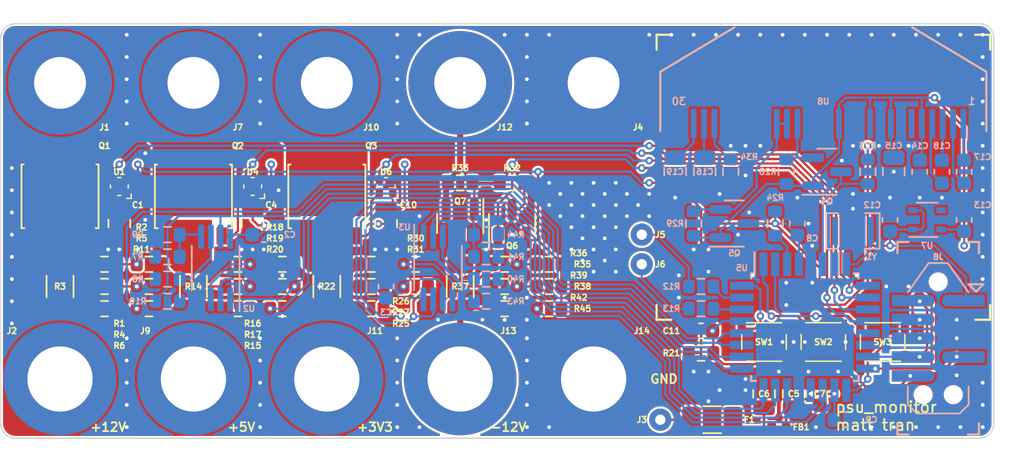
<source format=kicad_pcb>
(kicad_pcb (version 20240108) (generator "pcbnew") (generator_version "8.0")
  (layers (0 "F.Cu" signal) (31 "B.Cu" signal) (34 "B.Paste" user) (35 "F.Paste" user) (36 "B.SilkS" user "B.Silkscreen") (37 "F.SilkS" user "F.Silkscreen") (38 "B.Mask" user) (39 "F.Mask" user) (44 "Edge.Cuts" user))
  (net 0 "")
  (net 1 "+5VP")
  (net 2 "GND")
  (net 3 "+5VA")
  (net 4 "/~{RESET}")
  (net 5 "/3V3_OLED")
  (net 6 "Net-(C16-Pad1)")
  (net 7 "Net-(C17-Pad1)")
  (net 8 "Net-(C17-Pad2)")
  (net 9 "Net-(C18-Pad1)")
  (net 10 "Net-(C18-Pad2)")
  (net 11 "Net-(C19-Pad1)")
  (net 12 "Net-(F1-Pad1)")
  (net 13 "Net-(J1-Pad1)")
  (net 14 "Net-(J2-Pad1)")
  (net 15 "Net-(J5-Pad1)")
  (net 16 "Net-(J6-Pad1)")
  (net 17 "Net-(J7-Pad1)")
  (net 18 "/MISO")
  (net 19 "/MOSI")
  (net 20 "/SCK")
  (net 21 "Net-(J9-Pad1)")
  (net 22 "Net-(J10-Pad1)")
  (net 23 "Net-(J11-Pad1)")
  (net 24 "Net-(J12-Pad1)")
  (net 25 "Net-(J13-Pad1)")
  (net 26 "Net-(Q1-Pad1)")
  (net 27 "Net-(Q1-Pad4)")
  (net 28 "Net-(Q2-Pad1)")
  (net 29 "Net-(Q2-Pad4)")
  (net 30 "Net-(Q3-Pad1)")
  (net 31 "Net-(Q3-Pad4)")
  (net 32 "/SCL_3V3")
  (net 33 "/SCL")
  (net 34 "/SDA_3V3")
  (net 35 "/SDA")
  (net 36 "/-12V_EN")
  (net 37 "Net-(Q6-Pad3)")
  (net 38 "Net-(Q7-Pad1)")
  (net 39 "Net-(Q7-Pad3)")
  (net 40 "Net-(R1-Pad2)")
  (net 41 "Net-(R4-Pad2)")
  (net 42 "/+12V_vSense")
  (net 43 "Net-(R7-Pad2)")
  (net 44 "Net-(R10-Pad1)")
  (net 45 "/+12V_iSense")
  (net 46 "/PWR_EN")
  (net 47 "/PWR_GOOD")
  (net 48 "/+5V_vSense")
  (net 49 "Net-(R16-Pad2)")
  (net 50 "Net-(R17-Pad2)")
  (net 51 "/+5V_iSense")
  (net 52 "/+3V3_vSense")
  (net 53 "Net-(R26-Pad2)")
  (net 54 "Net-(R27-Pad2)")
  (net 55 "/+3V3_iSense")
  (net 56 "Net-(R34-Pad1)")
  (net 57 "Net-(R35-Pad2)")
  (net 58 "Net-(R38-Pad2)")
  (net 59 "Net-(R40-Pad2)")
  (net 60 "Net-(R41-Pad2)")
  (net 61 "/-12V_vSense")
  (net 62 "/-12V_iSense")
  (net 63 "/BTN0")
  (net 64 "/BTN1")
  (net 65 "/BTN2")
  (net 66 "/+12V_EN")
  (net 67 "/+5V_EN")
  (net 68 "Net-(U5-Pad7)")
  (net 69 "Net-(U5-Pad8)")
  (net 70 "/+3V3_EN")
  (footprint "Capacitor_SMD:C_0603_1608Metric" (layer "F.Cu") (at 161.25 110 180)
    (property "Reference" "C11")
    (property "Value" "100n")
  )
  (footprint "Capacitor_SMD:C_0805_2012Metric" (layer "F.Cu") (at 167.5 114.25 90)
    (property "Reference" "C6")
    (property "Value" "10u")
  )
  (footprint "Resistor_SMD:R_0603_1608Metric" (layer "F.Cu") (at 142 107)
    (property "Reference" "R31")
    (property "Value" "22k")
  )
  (footprint "Inductor_SMD:L_0402_1005Metric" (layer "F.Cu") (at 166.5 116.5)
    (property "Reference" "FB1")
    (property "Value" "FerriteBead_Small")
  )
  (footprint "Resistor_SMD:R_0603_1608Metric" (layer "F.Cu") (at 139 105.5)
    (property "Reference" "R26")
    (property "Value" "1k")
  )
  (footprint "extraparts:Micrel_QFN-4_1.2x1.2mm_P0.65mm" (layer "F.Cu") (at 122 100.25 90)
    (property "Reference" "U1")
    (property "Value" "MIC5019")
  )
  (footprint "Resistor_SMD:R_0603_1608Metric" (layer "F.Cu") (at 148 107 180)
    (property "Reference" "R39")
    (property "Value" "10k")
  )
  (footprint "Resistor_SMD:R_0603_1608Metric" (layer "F.Cu") (at 124 108.5)
    (property "Reference" "R11")
    (property "Value" "22k")
  )
  (footprint "Resistor_SMD:R_0603_1608Metric" (layer "F.Cu") (at 124 107)
    (property "Reference" "R5")
    (property "Value" "2k2")
  )
  (footprint "Package_TO_SOT_SMD:SOT-23" (layer "F.Cu") (at 145 102.75 -90)
    (property "Reference" "Q7")
    (property "Value" "DMG2302UK-7")
  )
  (footprint "TestPoint:TestPoint_THTPad_D1.5mm_Drill0.7mm" (layer "F.Cu") (at 157.25 105.5)
    (property "Reference" "J6")
    (property "Value" "PWR_OK")
  )
  (footprint "Resistor_SMD:R_0603_1608Metric" (layer "F.Cu") (at 145 100)
    (property "Reference" "R33")
    (property "Value" "1k")
  )
  (footprint "MountingHole:MountingHole_3.5mm_Pad" (layer "F.Cu") (at 136 93.25)
    (property "Reference" "J10")
    (property "Value" "+3V3_IN")
  )
  (footprint "Resistor_SMD:R_0603_1608Metric" (layer "F.Cu") (at 151 107 180)
    (property "Reference" "R38")
    (property "Value" "2k2")
  )
  (footprint "extraparts:Micrel_QFN-4_1.2x1.2mm_P0.65mm" (layer "F.Cu") (at 140 100.25 90)
    (property "Reference" "U6")
    (property "Value" "MIC5019")
  )
  (footprint "Capacitor_SMD:C_0805_2012Metric" (layer "F.Cu") (at 140 102.75 -90)
    (property "Reference" "C10")
    (property "Value" "10u")
  )
  (footprint "extraparts:barrel_3.5mm" (layer "F.Cu") (at 154 113.25)
    (property "Reference" "J14")
    (property "Value" "GND_OUT")
  )
  (footprint "Resistor_SMD:R_1206_3216Metric" (layer "F.Cu") (at 145 107 90)
    (property "Reference" "R37")
    (property "Value" "1")
  )
  (footprint "extraparts:barrel_3.5mm" (layer "F.Cu") (at 127 113.25)
    (property "Reference" "J9")
    (property "Value" "+5V_OUT")
  )
  (footprint "MountingHole:MountingHole_3.5mm_Pad" (layer "F.Cu") (at 127 93.25)
    (property "Reference" "J7")
    (property "Value" "+5V_IN")
  )
  (footprint "Resistor_SMD:R_1206_3216Metric" (layer "F.Cu") (at 118 107 90)
    (property "Reference" "R3")
    (property "Value" "10m")
  )
  (footprint "extraparts:barrel_3.5mm" (layer "F.Cu") (at 118 113.25)
    (property "Reference" "J2")
    (property "Value" "+12V_OUT")
  )
  (footprint "Resistor_SMD:R_0603_1608Metric" (layer "F.Cu") (at 142 105.5)
    (property "Reference" "R30")
    (property "Value" "22k")
  )
  (footprint "Resistor_SMD:R_0603_1608Metric" (layer "F.Cu") (at 121 105.5)
    (property "Reference" "R1")
    (property "Value" "10k")
  )
  (footprint "extraparts:SW_SPST_EVPAF" (layer "F.Cu") (at 173.5 110.75 180)
    (property "Reference" "SW3")
    (property "Value" "BTN2")
  )
  (footprint "Resistor_SMD:R_0603_1608Metric" (layer "F.Cu") (at 151 108.5)
    (property "Reference" "R45")
    (property "Value" "22k")
  )
  (footprint "Capacitor_SMD:C_0805_2012Metric" (layer "F.Cu") (at 131 102.75 -90)
    (property "Reference" "C4")
    (property "Value" "10u")
  )
  (footprint "MountingHole:MountingHole_3.5mm_Pad" (layer "F.Cu") (at 154 93.25)
    (property "Reference" "J4")
    (property "Value" "GND")
  )
  (footprint "Resistor_SMD:R_0603_1608Metric" (layer "F.Cu") (at 130 107)
    (property "Reference" "R17")
    (property "Value" "1k")
  )
  (footprint "Capacitor_SMD:C_0805_2012Metric" (layer "F.Cu") (at 122 102.75 -90)
    (property "Reference" "C1")
    (property "Value" "10u")
  )
  (footprint "Resistor_SMD:R_0603_1608Metric" (layer "F.Cu") (at 124 105.5)
    (property "Reference" "R2")
    (property "Value" "2k2")
  )
  (footprint "Resistor_SMD:R_0603_1608Metric" (layer "F.Cu") (at 130 108.5)
    (property "Reference" "R15")
    (property "Value" "10k")
  )
  (footprint "Resistor_SMD:R_0603_1608Metric" (layer "F.Cu") (at 133 105.5)
    (property "Reference" "R18")
    (property "Value" "22k")
  )
  (footprint "Resistor_SMD:R_0603_1608Metric" (layer "F.Cu") (at 139 108.5)
    (property "Reference" "R25")
    (property "Value" "22")
  )
  (footprint "TestPoint:TestPoint_THTPad_D1.5mm_Drill0.7mm" (layer "F.Cu") (at 158.5 116)
    (property "Reference" "J3")
    (property "Value" "+5Vsb")
  )
  (footprint "Package_TO_SOT_SMD:LFPAK56" (layer "F.Cu") (at 127 100.75 90)
    (property "Reference" "Q2")
    (property "Value" "PSMN4R5-30YLC")
  )
  (footprint "extraparts:barrel_3.5mm" (layer "F.Cu") (at 145 113.25)
    (property "Reference" "J13")
    (property "Value" "-12V_OUT")
  )
  (footprint "Resistor_SMD:R_0603_1608Metric" (layer "F.Cu") (at 133 107)
    (property "Reference" "R19")
    (property "Value" "22k")
  )
  (footprint "Resistor_SMD:R_1206_3216Metric" (layer "F.Cu") (at 136 107 90)
    (property "Reference" "R22")
    (property "Value" "10m")
  )
  (footprint "Capacitor_SMD:C_0603_1608Metric" (layer "F.Cu") (at 169.25 114.25 -90)
    (property "Reference" "C7")
    (property "Value" "100n")
  )
  (footprint "MountingHole:MountingHole_3.5mm_Pad" (layer "F.Cu") (at 145 93.25)
    (property "Reference" "J12")
    (property "Value" "-12V_IN")
  )
  (footprint "Resistor_SMD:R_0603_1608Metric" (layer "F.Cu") (at 121 107)
    (property "Reference" "R4")
    (property "Value" "10k")
  )
  (footprint "Resistor_SMD:R_0603_1608Metric" (layer "F.Cu") (at 139 107)
    (property "Reference" "R27")
    (property "Value" "1k")
  )
  (footprint "TestPoint:TestPoint_THTPad_D1.5mm_Drill0.7mm" (layer "F.Cu") (at 157.25 103.5)
    (property "Reference" "J5")
    (property "Value" "PWR_EN")
  )
  (footprint "Package_TO_SOT_SMD:SOT-23" (layer "F.Cu") (at 148.5 102.75 90)
    (property "Reference" "Q6")
    (property "Value" "DMP3099L-7")
  )
  (footprint "Resistor_SMD:R_0603_1608Metric" (layer "F.Cu") (at 130 105.5)
    (property "Reference" "R16")
    (property "Value" "1k")
  )
  (footprint "Resistor_SMD:R_0603_1608Metric" (layer "F.Cu") (at 148.5 100)
    (property "Reference" "R32")
    (property "Value" "1k")
  )
  (footprint "Resistor_SMD:R_0603_1608Metric" (layer "F.Cu") (at 148 108.5)
    (property "Reference" "R42")
    (property "Value" "100k")
  )
  (footprint "extraparts:Micrel_QFN-4_1.2x1.2mm_P0.65mm" (layer "F.Cu") (at 131 100.25 90)
    (property "Reference" "U4")
    (property "Value" "MIC5019")
  )
  (footprint "Capacitor_SMD:C_0805_2012Metric" (layer "F.Cu") (at 165.5 114.25 -90)
    (property "Reference" "C5")
    (property "Value" "10u")
  )
  (footprint "Resistor_SMD:R_0603_1608Metric" (layer "F.Cu") (at 133 108.5)
    (property "Reference" "R20")
    (property "Value" "10k")
  )
  (footprint "Package_TO_SOT_SMD:LFPAK56" (layer "F.Cu") (at 136 100.75 90)
    (property "Reference" "Q3")
    (property "Value" "PSMN4R5-30YLC")
  )
  (footprint "Resistor_SMD:R_1206_3216Metric" (layer "F.Cu") (at 127 107 90)
    (property "Reference" "R14")
    (property "Value" "10m")
  )
  (footprint "extraparts:SW_SPST_EVPAF" (layer "F.Cu") (at 169.5 110.75 180)
    (property "Reference" "SW2")
    (property "Value" "BTN1")
  )
  (footprint "Package_TO_SOT_SMD:LFPAK56" (layer "F.Cu") (at 118 100.75 90)
    (property "Reference" "Q1")
    (property "Value" "PSMN4R5-30YLC")
  )
  (footprint "Resistor_SMD:R_0603_1608Metric" (layer "F.Cu") (at 121 108.5)
    (property "Reference" "R6")
    (property "Value" "100k")
  )
  (footprint "extraparts:barrel_3.5mm" (layer "F.Cu") (at 136 113.25)
    (property "Reference" "J11")
    (property "Value" "+3V3_OUT")
  )
  (footprint "Resistor_SMD:R_0603_1608Metric" (layer "F.Cu") (at 161.25 111.5)
    (property "Reference" "R21")
    (property "Value" "10k")
  )
  (footprint "Resistor_SMD:R_0603_1608Metric" (layer "F.Cu") (at 148 105.5 180)
    (property "Reference" "R36")
    (property "Value" "10k")
  )
  (footprint "Resistor_SMD:R_0603_1608Metric" (layer "F.Cu") (at 151 105.5 180)
    (property "Reference" "R35")
    (property "Value" "2k2")
  )
  (footprint "extraparts:SW_SPST_EVPAF" (layer "F.Cu") (at 165.5 110.75 180)
    (property "Reference" "SW1")
    (property "Value" "BTN0")
  )
  (footprint "Fuse:Fuse_1206_3216Metric" (layer "F.Cu") (at 162 116)
    (property "Reference" "F1")
    (property "Value" "500mA")
  )
  (footprint "MountingHole:MountingHole_3.5mm_Pad" (layer "F.Cu") (at 118 93.25)
    (property "Reference" "J1")
    (property "Value" "+12V_IN")
  )
  (footprint "Resistor_SMD:R_0603_1608Metric" (layer "B.Cu") (at 163.25 99.25 -90)
    (property "Reference" "R34")
    (property "Value" "390k")
  )
  (footprint "Package_QFP:TQFP-32_7x7mm_P0.8mm" (layer "B.Cu") (at 168.25 109.75 -90)
    (property "Reference" "U5")
    (property "Value" "ATmega328PB-A")
  )
  (footprint "Resistor_SMD:R_0603_1608Metric" (layer "B.Cu") (at 125.25 103.5 180)
    (property "Reference" "R9")
    (property "Value" "10M")
  )
  (footprint "Resistor_SMD:R_0603_1608Metric" (layer "B.Cu") (at 146.75 103.5)
    (property "Reference" "R44")
    (property "Value" "1M")
  )
  (footprint "Resistor_SMD:R_0603_1608Metric" (layer "B.Cu") (at 161.25 108.5)
    (property "Reference" "R13")
    (property "Value" "22")
  )
  (footprint "Package_TO_SOT_SMD:SOT-23" (layer "B.Cu") (at 163.5 102.75)
    (property "Reference" "Q5")
    (property "Value" "DMG2302UK-7")
  )
  (footprint "Resistor_SMD:R_0603_1608Metric" (layer "B.Cu") (at 125.25 106.5)
    (property "Reference" "R8")
    (property "Value" "100k")
  )
  (footprint "Resistor_SMD:R_0603_1608Metric" (layer "B.Cu") (at 160.75 102.75 90)
    (property "Reference" "R29")
    (property "Value" "2k2")
  )
  (footprint "Crystal:Resonator_SMD_Murata_CSTxExxV-3Pin_3.0x1.1mm" (layer "B.Cu") (at 171.5 103.25 180)
    (property "Reference" "Y1")
    (property "Value" "16MHz")
  )
  (footprint "Package_TO_SOT_SMD:SOT-23" (layer "B.Cu") (at 169.75 99.25)
    (property "Reference" "Q4")
    (property "Value" "DMG2302UK-7")
  )
  (footprint "Package_SO:MSOP-8_3x3mm_P0.65mm" (layer "B.Cu") (at 143.5 105.75 -90)
    (property "Reference" "U3")
    (property "Value" "MCP6L02x-xMS")
  )
  (footprint "Resistor_SMD:R_0603_1608Metric" (layer "B.Cu") (at 167 99.25 90)
    (property "Reference" "R28")
    (property "Value" "2k2")
  )
  (footprint "Capacitor_SMD:C_0603_1608Metric" (layer "B.Cu") (at 177.5 99.25 -90)
    (property "Reference" "C18")
    (property "Value" "2u2")
  )
  (footprint "Resistor_SMD:R_0603_1608Metric" (layer "B.Cu") (at 146.75 108)
    (property "Reference" "R43")
    (property "Value" "1M")
  )
  (footprint "Resistor_SMD:R_0603_1608Metric" (layer "B.Cu") (at 146.75 106.5 180)
    (property "Reference" "R40")
    (property "Value" "36k")
  )
  (footprint "Resistor_SMD:R_0603_1608Metric" (layer "B.Cu") (at 172.5 99.25 90)
    (property "Reference" "R23")
    (property "Value" "2k2")
  )
  (footprint "Resistor_SMD:R_0603_1608Metric" (layer "B.Cu") (at 125.25 108 180)
    (property "Reference" "R10")
    (property "Value" "10M")
  )
  (footprint "Resistor_SMD:R_0603_1608Metric" (layer "B.Cu") (at 161.25 107)
    (property "Reference" "R12")
    (property "Value" "22")
  )
  (footprint "extraparts:TC2050+Header" (layer "B.Cu") (at 177.25 110.5 -90)
    (property "Reference" "J8")
    (property "Value" "ICSP/UART")
  )
  (footprint "Capacitor_SMD:C_0603_1608Metric" (layer "B.Cu") (at 179 99.25 -90)
    (property "Reference" "C17")
    (property "Value" "2u2")
  )
  (footprint "Package_SO:MSOP-8_3x3mm_P0.65mm" (layer "B.Cu") (at 128.5 105.75 90)
    (property "Reference" "U2")
    (property "Value" "MCP6L02x-xMS")
  )
  (footprint "Capacitor_SMD:C_0603_1608Metric" (layer "B.Cu") (at 167.75 102.75 -90)
    (property "Reference" "C8")
    (property "Value" "100n")
  )
  (footprint "extraparts:SSD1306" (layer "B.Cu") (at 169.5 96)
    (property "Reference" "U8")
    (property "Value" "SSD1306")
  )
  (footprint "Capacitor_SMD:C_0603_1608Metric" (layer "B.Cu") (at 174 102.5 -90)
    (property "Reference" "C12")
    (property "Value" "1u")
  )
  (footprint "Capacitor_SMD:C_0603_1608Metric" (layer "B.Cu") (at 176 99.25 -90)
    (property "Reference" "C14")
    (property "Value" "100n")
  )
  (footprint "Resistor_SMD:R_0603_1608Metric" (layer "B.Cu") (at 146.75 105 180)
    (property "Reference" "R41")
    (property "Value" "36k")
  )
  (footprint "Capacitor_SMD:C_0603_1608Metric" (layer "B.Cu") (at 131.75 103.5 180)
    (property "Reference" "C2")
    (property "Value" "100n")
  )
  (footprint "Capacitor_SMD:C_0603_1608Metric" (layer "B.Cu") (at 179 102.5 90)
    (property "Reference" "C13")
    (property "Value" "1u")
  )
  (footprint "Capacitor_SMD:C_0603_1608Metric" (layer "B.Cu") (at 140 107 -90)
    (property "Reference" "C3")
    (property "Value" "100n")
  )
  (footprint "Resistor_SMD:R_0603_1608Metric" (layer "B.Cu") (at 166.25 102.75 90)
    (property "Reference" "R24")
    (property "Value" "2k2")
  )
  (footprint "Capacitor_SMD:C_0805_2012Metric" (layer "B.Cu") (at 174.25 99.25 -90)
    (property "Reference" "C15")
    (property "Value" "10u")
  )
  (footprint "Capacitor_SMD:C_0805_2012Metric" (layer "B.Cu") (at 161.5 99.25 -90)
    (property "Reference" "C16")
    (property "Value" "10u")
  )
  (footprint "Resistor_SMD:R_0603_1608Metric" (layer "B.Cu") (at 125.25 105)
    (property "Reference" "R7")
    (property "Value" "100k")
  )
  (footprint "Capacitor_SMD:C_0805_2012Metric" (layer "B.Cu") (at 159.5 99.25 -90)
    (property "Reference" "C19")
    (property "Value" "10u")
  )
  (footprint "Package_TO_SOT_SMD:SOT-353_SC-70-5" (layer "B.Cu") (at 176.5 102.5)
    (property "Reference" "U7")
    (property "Value" "MIC5365-3.3YC5")
  )
  (footprint "Capacitor_SMD:C_0603_1608Metric" (layer "B.Cu") (at 171 116)
    (property "Reference" "C9")
    (property "Value" "100n")
  )
  (gr_line (start 180.75 90) (end 180.75 91) (stroke (width 0.15)) (layer "F.SilkS"))
  (gr_line (start 180.75 109.25) (end 180.75 108.25) (stroke (width 0.15)) (layer "F.SilkS"))
  (gr_line (start 158.25 90) (end 158.25 91) (stroke (width 0.15)) (layer "F.SilkS"))
  (gr_line (start 158.25 90) (end 159.25 90) (stroke (width 0.15)) (layer "F.SilkS"))
  (gr_line (start 158.25 109.25) (end 158.25 108.25) (stroke (width 0.15)) (layer "F.SilkS"))
  (gr_line (start 180.75 90) (end 179.75 90) (stroke (width 0.15)) (layer "F.SilkS"))
  (gr_line (start 158.25 109.25) (end 159.25 109.25) (stroke (width 0.15)) (layer "F.SilkS"))
  (gr_line (start 180.75 109.25) (end 179.75 109.25) (stroke (width 0.15)) (layer "F.SilkS"))
  (gr_line (start 180 117.25) (end 115 117.25) (stroke (width 0.1)) (layer "Edge.Cuts"))
  (gr_arc (start 180 89.25) (mid 180.707107 89.542893) (end 181 90.25) (stroke (width 0.1)) (layer "Edge.Cuts"))
  (gr_line (start 114 90.25) (end 114 116.25) (stroke (width 0.1)) (layer "Edge.Cuts"))
  (gr_arc (start 181 116.25) (mid 180.707107 116.957107) (end 180 117.25) (stroke (width 0.1)) (layer "Edge.Cuts"))
  (gr_line (start 115 89.25) (end 180 89.25) (stroke (width 0.1)) (layer "Edge.Cuts"))
  (gr_arc (start 114 90.25) (mid 114.292893 89.542893) (end 115 89.25) (stroke (width 0.1)) (layer "Edge.Cuts"))
  (gr_line (start 181 90.25) (end 181 116.25) (stroke (width 0.1)) (layer "Edge.Cuts"))
  (gr_arc (start 115 117.25) (mid 114.292893 116.957107) (end 114 116.25) (stroke (width 0.1)) (layer "Edge.Cuts"))
  (gr_text "+3V3" (at 139.25 116.5 0) (layer "F.SilkS") (effects (font (size 0.6 0.6) (thickness 0.12))))
  (gr_text "+12V" (at 121.25 116.5 0) (layer "F.SilkS") (effects (font (size 0.6 0.6) (thickness 0.12))))
  (gr_text "psu_monitor\nmatt tran" (at 170.25 115.75 0) (layer "F.SilkS") (effects (font (size 0.75 0.75) (thickness 0.12)) (justify left)))
  (gr_text "+5V" (at 130.25 116.5 0) (layer "F.SilkS") (effects (font (size 0.6 0.6) (thickness 0.12))))
  (gr_text "-12V" (at 148.25 116.5 0) (layer "F.SilkS") (effects (font (size 0.6 0.6) (thickness 0.12))))
  (gr_text "GND" (at 158.75 113.25 0) (layer "F.SilkS") (effects (font (size 0.6 0.6) (thickness 0.12))))
  (segment (start 165.25 115.2) (end 165.5 115.2) (width 0.1524) (layer "F.Cu") (net 1))
  (segment (start 172.5 104.25) (end 172.5 97.5) (width 0.1524) (layer "F.Cu") (net 1))
  (segment (start 169.25 105.75) (end 169.25 107.9325) (width 0.1524) (layer "F.Cu") (net 1))
  (segment (start 161.25 113.5) (end 162.25 114.5) (width 0.1524) (layer "F.Cu") (net 1))
  (segment (start 170.9499 108.2326) (end 172.5 106.6825) (width 0.1524) (layer "F.Cu") (net 1))
  (segment (start 163.65 116.25) (end 163.65 116) (width 0.1524) (layer "F.Cu") (net 1))
  (segment (start 166.015 116.5) (end 165.5 116.5) (width 0.1524) (layer "F.Cu") (net 1))
  (segment (start 165.5 115.2) (end 165.5 116.5) (width 0.1524) (layer "F.Cu") (net 1))
  (segment (start 131.45 100.7) (end 131.45 101.35) (width 0.1524) (layer "F.Cu") (net 1))
  (segment (start 139.85 102.77) (end 139.4821 102.77) (width 0.1524) (layer "F.Cu") (net 1))
  (segment (start 149.6325 103.87) (end 149.45 103.6875) (width 0.1524) (layer "F.Cu") (net 1))
  (segment (start 151.825 105.5) (end 151.825 105.445) (width 0.1524) (layer "F.Cu") (net 1))
  (segment (start 165.5 116.5) (end 163.9 116.5) (width 0.1524) (layer "F.Cu") (net 1))
  (segment (start 140 102.62) (end 139.85 102.77) (width 0.1524) (layer "F.Cu") (net 1))
  (segment (start 166.25 102.75) (end 169.25 105.75) (width 0.1524) (layer "F.Cu") (net 1))
  (segment (start 140 101.8) (end 140 102.62) (width 0.1524) (layer "F.Cu") (net 1))
  (segment (start 122.95 101.8) (end 122 101.8) (width 0.1524) (layer "F.Cu") (net 1))
  (segment (start 123.25 101.5) (end 122.95 101.8) (width 0.1524) (layer "F.Cu") (net 1))
  (segment (start 172.5 106.6825) (end 172.5 104.25) (width 0.1524) (layer "F.Cu") (net 1))
  (segment (start 150.25 103.87) (end 150.25 99.25) (width 0.1524) (layer "F.Cu") (net 1))
  (segment (start 169.25 107.9325) (end 169.5501 108.2326) (width 0.1524) (layer "F.Cu") (net 1))
  (segment (start 140.95 101.8) (end 141.25 101.5) (width 0.1524) (layer "F.Cu") (net 1))
  (segment (start 166.25 102.75) (end 161.25 102.75) (width 0.1524) (layer "F.Cu") (net 1))
  (segment (start 161.25 111.5) (end 161.25 113.5) (width 0.1524) (layer "F.Cu") (net 1))
  (segment (start 140.45 101.35) (end 140 101.8) (width 0.1524) (layer "F.Cu") (net 1))
  (segment (start 131.373183 102.873183) (end 131 102.5) (width 0.1524) (layer "F.Cu") (net 1))
  (segment (start 131 101.8) (end 131.45 101.8) (width 0.1524) (layer "F.Cu") (net 1))
  (segment (start 161.25 101.75) (end 161.25 103) (width 0.1524) (layer "F.Cu") (net 1))
  (segment (start 141.25 101.5) (end 141.25 98.75) (width 0.1524) (layer "F.Cu") (net 1))
  (segment (start 131.45 101.8) (end 131.95 101.8) (width 0.1524) (layer "F.Cu") (net 1))
  (segment (start 150.25 103.87) (end 149.6325 103.87) (width 0.1524) (layer "F.Cu") (net 1))
  (segment (start 164.55 114.5) (end 165.25 115.2) (width 0.1524) (layer "F.Cu") (net 1))
  (segment (start 122.45 101.35) (end 122 101.8) (width 0.1524) (layer "F.Cu") (net 1))
  (segment (start 163.9 116.5) (end 163.65 116.25) (width 0.1524) (layer "F.Cu") (net 1))
  (segment (start 122.45 100.7) (end 122.45 101.35) (width 0.1524) (layer "F.Cu") (net 1))
  (segment (start 131.45 101.35) (end 131 101.8) (width 0.1524) (layer "F.Cu") (net 1))
  (segment (start 131.793991 102.873183) (end 131.373183 102.873183) (width 0.1524) (layer "F.Cu") (net 1))
  (segment (start 160.425 111.5) (end 161.25 111.5) (width 0.1524) (layer "F.Cu") (net 1))
  (segment (start 140 101.8) (end 140.95 101.8) (width 0.1524) (layer "F.Cu") (net 1))
  (segment (start 161.25 103) (end 161.25 111.5) (width 0.1524) (layer "F.Cu") (net 1))
  (segment (start 131 102.5) (end 131 101.8) (width 0.1524) (layer "F.Cu") (net 1))
  (segment (start 131.95 101.8) (end 132.25 101.5) (width 0.1524) (layer "F.Cu") (net 1))
  (segment (start 162.25 114.5) (end 164.55 114.5) (width 0.1524) (layer "F.Cu") (net 1))
  (segment (start 159.5 100) (end 161.25 101.75) (width 0.1524) (layer "F.Cu") (net 1))
  (segment (start 151.825 105.445) (end 150.25 103.87) (width 0.1524) (layer "F.Cu") (net 1))
  (segment (start 140.45 100.7) (end 140.45 101.35) (width 0.1524) (layer "F.Cu") (net 1))
  (segment (start 132.25 101.5) (end 132.25 98.75) (width 0.1524) (layer "F.Cu") (net 1))
  (segment (start 151.825 108.5) (end 151.825 105.5) (width 0.1524) (layer "F.Cu") (net 1))
  (segment (start 174 104.25) (end 172.5 104.25) (width 0.1524) (layer "F.Cu") (net 1))
  (segment (start 169.5501 108.2326) (end 170.9499 108.2326) (width 0.1524) (layer "F.Cu") (net 1))
  (segment (start 157.75 100) (end 159.5 100) (width 0.1524) (layer "F.Cu") (net 1))
  (segment (start 123.25 98.75) (end 123.25 101.5) (width 0.1524) (layer "F.Cu") (net 1))
  (via (at 132.25 98.75) (size 0.508) (drill 0.254) (layers "F.Cu" "B.Cu") (net 1))
  (via (at 166.25 102.75) (size 0.508) (drill 0.254) (layers "F.Cu" "B.Cu") (net 1))
  (via (at 141.25 98.75) (size 0.508) (drill 0.254) (layers "F.Cu" "B.Cu") (net 1))
  (via (at 172.5 97.5) (size 0.508) (drill 0.254) (layers "F.Cu" "B.Cu") (net 1))
  (via (at 157.75 100) (size 0.508) (drill 0.254) (layers "F.Cu" "B.Cu") (net 1))
  (via (at 150.25 99.25) (size 0.508) (drill 0.254) (layers "F.Cu" "B.Cu") (net 1))
  (via (at 139.4821 102.77) (size 0.508) (drill 0.254) (layers "F.Cu" "B.Cu") (net 1))
  (via (at 174 104.25) (size 0.508) (drill 0.254) (layers "F.Cu" "B.Cu") (net 1))
  (via (at 123.25 98.75) (size 0.508) (drill 0.254) (layers "F.Cu" "B.Cu") (net 1))
  (via (at 131.793991 102.873183) (size 0.508) (drill 0.254) (layers "F.Cu" "B.Cu") (net 1))
  (segment (start 132.27 99.25) (end 141.27 99.25) (width 0.1524) (layer "B.Cu") (net 1))
  (segment (start 157.25 100) (end 156.5 99.25) (width 0.1524) (layer "B.Cu") (net 1))
  (segment (start 138.6096 103.0104) (end 138.6096 107.5296) (width 0.1524) (layer "B.Cu") (net 1))
  (segment (start 175.55 103.15) (end 174.125 103.15) (width 0.1524) (layer "B.Cu") (net 1))
  (segment (start 130.975 103.5) (end 131.5 103.5) (width 0.1524) (layer "B.Cu") (net 1))
  (segment (start 176.1 101.85) (end 175.55 101.85) (width 0.1524) (layer "B.Cu") (net 1))
  (segment (start 166.25 102.75) (end 166.95 102.75) (width 0.1524) (layer "B.Cu") (net 1))
  (segment (start 167.75 103.525) (end 167.85 103.625) (width 0.1524) (layer "B.Cu") (net 1))
  (segment (start 132.25 99.23) (end 132.27 99.25) (width 0.1524) (layer "B.Cu") (net 1))
  (segment (start 167.85 103.625) (end 167.85 105.5) (width 0.1524) (layer "B.Cu") (net 1))
  (segment (start 175.55 103.15) (end 176.1 103.15) (width 0.1524) (layer "B.Cu") (net 1))
  (segment (start 141.25 99.23) (end 141.27 99.25) (width 0.1524) (layer "B.Cu") (net 1))
  (segment (start 156.5 99.25) (end 150.25 99.25) (width 0.1524) (layer "B.Cu") (net 1))
  (segment (start 141.27 99.25) (end 150.25 99.25) (width 0.1524) (layer "B.Cu") (net 1))
  (segment (start 176.25 103) (end 176.25 102) (width 0.1524) (layer "B.Cu") (net 1))
  (segment (start 138.6096 107.5296) (end 138.855 107.775) (width 0.1524) (layer "B.Cu") (net 1))
  (segment (start 179.135 107.96) (end 179.135 106.385) (width 0.1524) (layer "B.Cu") (net 1))
  (segment (start 174.125 103.15) (end 174 103.275) (width 0.1524) (layer "B.Cu") (net 1))
  (segment (start 139.4821 102.77) (end 138.85 102.77) (width 0.1524) (layer "B.Cu") (net 1))
  (segment (start 179.135 106.385) (end 177 104.25) (width 0.1524) (layer "B.Cu") (net 1))
  (segment (start 174 103.275) (end 174 104.25) (width 0.1524) (layer "B.Cu") (net 1))
  (segment (start 177 104.25) (end 174 104.25) (width 0.1524) (layer "B.Cu") (net 1))
  (segment (start 141.25 98.75) (end 141.25 99.23) (width 0.1524) (layer "B.Cu") (net 1))
  (segment (start 130.975 103.5) (end 129.6125 103.5) (width 0.1524) (layer "B.Cu") (net 1))
  (segment (start 176.1 103.15) (end 176.25 103) (width 0.1524) (layer "B.Cu") (net 1))
  (segment (start 157.75 100) (end 157.25 100) (width 0.1524) (layer "B.Cu") (net 1))
  (segment (start 176.25 102) (end 176.1 101.85) (width 0.1524) (layer "B.Cu") (net 1))
  (segment (start 166.95 102.75) (end 167.725 103.525) (width 0.1524) (layer "B.Cu") (net 1))
  (segment (start 123.25 98.75) (end 123.75 99.25) (width 0.1524) (layer "B.Cu") (net 1))
  (segment (start 172.5 98.425) (end 172.5 97.5) (width 0.1524) (layer "B.Cu") (net 1))
  (segment (start 138.855 107.775) (end 140 107.775) (width 0.1524) (layer "B.Cu") (net 1))
  (segment (start 123.75 99.25) (end 132.27 99.25) (width 0.1524) (layer "B.Cu") (net 1))
  (segment (start 140 107.775) (end 142.4375 107.775) (width 0.1524) (layer "B.Cu") (net 1))
  (segment (start 138.85 102.77) (end 138.6096 103.0104) (width 0.1524) (layer "B.Cu") (net 1))
  (segment (start 166.25 101.925) (end 166.25 102.75) (width 0.1524) (layer "B.Cu") (net 1))
  (segment (start 131.5 103.5) (end 131.793991 103.206009) (width 0.1524) (layer "B.Cu") (net 1))
  (segment (start 167.725 103.525) (end 167.75 103.525) (width 0.1524) (layer "B.Cu") (net 1))
  (segment (start 131.793991 103.206009) (end 131.793991 102.873183) (width 0.1524) (layer "B.Cu") (net 1))
  (segment (start 142.4375 107.775) (end 142.525 107.8625) (width 0.1524) (layer "B.Cu") (net 1))
  (segment (start 129.6125 103.5) (end 129.475 103.6375) (width 0.1524) (layer "B.Cu") (net 1))
  (segment (start 132.25 98.75) (end 132.25 99.23) (width 0.1524) (layer "B.Cu") (net 1))
  (via (at 163.25 97.5) (size 0.508) (drill 0.254) (layers "F.Cu" "B.Cu") (net 2))
  (via (at 154 100) (size 0.508) (drill 0.254) (layers "F.Cu" "B.Cu") (net 2))
  (via (at 177.25 90) (size 0.508) (drill 0.254) (layers "F.Cu" "B.Cu") (net 2))
  (via (at 122.5 115) (size 0.508) (drill 0.254) (layers "F.Cu" "B.Cu") (net 2))
  (via (at 154 104.5) (size 0.508) (drill 0.254) (layers "F.Cu" "B.Cu") (net 2))
  (via (at 180.25 94.5) (size 0.508) (drill 0.254) (layers "F.Cu" "B.Cu") (net 2))
  (via (at 148.5 103.5) (size 0.508) (drill 0.254) (layers "F.Cu" "B.Cu") (net 2))
  (via (at 131.5 90) (size 0.508) (drill 0.254) (layers "F.Cu" "B.Cu") (net 2))
  (via (at 166.75 110.75) (size 0.508) (drill 0.254) (layers "F.Cu" "B.Cu") (net 2))
  (via (at 146.5 109.25) (size 0.508) (drill 0.254) (layers "F.Cu" "B.Cu") (net 2))
  (via (at 180.25 99) (size 0.508) (drill 0.254) (layers "F.Cu" "B.Cu") (net 2))
  (via (at 160.75 112.75) (size 0.508) (drill 0.254) (layers "F.Cu" "B.Cu") (net 2))
  (via (at 140.75 91.5) (size 0.508) (drill 0.254) (layers "F.Cu" "B.Cu") (net 2))
  (via (at 161.75 112.75) (size 0.508) (drill 0.254) (layers "F.Cu" "B.Cu") (net 2))
  (via (at 154.75 102.25) (size 0.508) (drill 0.254) (layers "F.Cu" "B.Cu") (net 2))
  (via (at 131.5 112) (size 0.508) (drill 0.254) (layers "F.Cu" "B.Cu") (net 2))
  (via (at 132.75 100.5) (size 0.508) (drill 0.254) (layers "F.Cu" "B.Cu") (net 2))
  (via (at 161.75 106) (size 0.508) (drill 0.254) (layers "F.Cu" "B.Cu") (net 2))
  (via (at 152.5 100) (size 0.508) (drill 0.254) (layers "F.Cu" "B.Cu") (net 2))
  (via (at 167.5 110.75) (size 0.508) (drill 0.254) (layers "F.Cu" "B.Cu") (net 2))
  (via (at 159.75 107.75) (size 0.508) (drill 0.254) (layers "F.Cu" "B.Cu") (net 2))
  (via (at 170.75 98.5) (size 0.508) (drill 0.254) (layers "F.Cu" "B.Cu") (net 2))
  (via (at 149.5 116.5) (size 0.508) (drill 0.254) (layers "F.Cu" "B.Cu") (net 2))
  (via (at 149.5 110.5) (size 0.508) (drill 0.254) (layers "F.Cu" "B.Cu") (net 2))
  (via (at 140.75 94.5) (size 0.508) (drill 0.254) (layers "F.Cu" "B.Cu") (net 2))
  (via (at 178.75 116.5) (size 0.508) (drill 0.254) (layers "F.Cu" "B.Cu") (net 2))
  (via (at 155.5 104.5) (size 0.508) (drill 0.254) (layers "F.Cu" "B.Cu") (net 2))
  (via (at 151 100) (size 0.508) (drill 0.254) (layers "F.Cu" "B.Cu") (net 2))
  (via (at 154 106) (size 0.508) (drill 0.254) (layers "F.Cu" "B.Cu") (net 2))
  (via (at 154 101.5) (size 0.508) (drill 0.254) (layers "F.Cu" "B.Cu") (net 2))
  (via (at 164.25 114) (size 0.508) (drill 0.254) (layers "F.Cu" "B.Cu") (net 2))
  (via (at 177.25 116.5) (size 0.508) (drill 0.254) (layers "F.Cu" "B.Cu") (net 2))
  (via (at 114.75 99) (size 0.508) (drill 0.254) (layers "F.Cu" "B.Cu") (net 2))
  (via (at 149.5 115) (size 0.508) (drill 0.254) (layers "F.Cu" "B.Cu") (net 2))
  (via (at 180.25 97.5) (size 0.508) (drill 0.254) (layers "F.Cu" "B.Cu") (net 2))
  (via (at 165.25 97.5) (size 0.508) (drill 0.254) (layers "F.Cu" "B.Cu") (net 2))
  (via (at 154.75 105.25) (size 0.508) (drill 0.254) (layers "F.Cu" "B.Cu") (net 2))
  (via (at 164.25 97.5) (size 0.508) (drill 0.254) (layers "F.Cu" "B.Cu") (net 2))
  (via (at 131.5 93) (size 0.508) (drill 0.254) (layers "F.Cu" "B.Cu") (net 2))
  (via (at 131.75 104.5) (size 0.508) (drill 0.254) (layers "F.Cu" "B.Cu") (net 2))
  (via (at 122.5 112) (size 0.508) (drill 0.254) (layers "F.Cu" "B.Cu") (net 2))
  (via (at 175.75 116.5) (size 0.508) (drill 0.254) (layers "F.Cu" "B.Cu") (net 2))
  (via (at 122.5 110.5) (size 0.508) (drill 0.254) (layers "F.Cu" "B.Cu") (net 2))
  (via (at 153.25 102.25) (size 0.508) (drill 0.254) (layers "F.Cu" "B.Cu") (net 2))
  (via (at 140.75 104.5) (size 0.508) (drill 0.254) (layers "F.Cu" "B.Cu") (net 2))
  (via (at 146.75 102.5) (size 0.508) (drill 0.254) (layers "F.Cu" "B.Cu") (net 2))
  (via (at 140.75 90) (size 0.508) (drill 0.254) (layers "F.Cu" "B.Cu") (net 2))
  (via (at 154.75 100.75) (size 0.508) (drill 0.254) (layers "F.Cu" "B.Cu") (net 2))
  (via (at 149.5 96) (size 0.508) (drill 0.254) (layers "F.Cu" "B.Cu") (net 2))
  (via (at 152.5 103) (size 0.508) (drill 0.254) (layers "F.Cu" "B.Cu") (net 2))
  (via (at 123.75 98) (size 0.508) (drill 0.254) (layers "F.Cu" "B.Cu") (net 2))
  (via (at 153.25 105.25) (size 0.508) (drill 0.254) (layers "F.Cu" "B.Cu") (net 2))
  (via (at 140.75 110.5) (size 0.508) (drill 0.254) (layers "F.Cu" "B.Cu") (net 2))
  (via (at 153.25 103.75) (size 0.508) (drill 0.254) (layers "F.Cu" "B.Cu") (net 2))
  (via (at 149.5 109.25) (size 0.508) (drill 0.254) (layers "F.Cu" "B.Cu") (net 2))
  (via (at 153.25 100.75) (size 0.508) (drill 0.254) (layers "F.Cu" "B.Cu") (net 2))
  (via (at 122.5 96) (size 0.508) (drill 0.254) (layers "F.Cu" "B.Cu") (net 2))
  (via (at 165.25 90) (size 0.508) (drill 0.254) (layers "F.Cu" "B.Cu") (net 2))
  (via (at 171.5 101.75) (size 0.508) (drill 0.254) (layers "F.Cu" "B.Cu") (net 2))
  (via (at 140.75 93) (size 0.508) (drill 0.254) (layers "F.Cu" "B.Cu") (net 2))
  (via (at 168.25 110.75) (size 0.508) (drill 0.254) (layers "F.Cu" "B.Cu") (net 2))
  (via (at 155.5 101.5) (size 0.508) (drill 0.254) (layers "F.Cu" "B.Cu") (net 2))
  (via (at 168.5 112.75) (size 0.508) (drill 0.254) (layers "F.Cu" "B.Cu") (net 2))
  (via (at 164.5 102) (size 0.508) (drill 0.254) (layers "F.Cu" "B.Cu") (net 2))
  (via (at 166.5 112.75) (size 0.508) (drill 0.254) (layers "F.Cu" "B.Cu") (net 2))
  (via (at 148 107.75) (size 0.508) (drill 0.254) (layers "F.Cu" "B.Cu") (net 2))
  (via (at 174.25 90) (size 0.508) (drill 0.254) (layers "F.Cu" "B.Cu") (net 2))
  (via (at 142.25 102.25) (size 0.508) (drill 0.254) (layers "F.Cu" "B.Cu") (net 2))
  (via (at 140.75 113.5) (size 0.508) (drill 0.254) (layers "F.Cu" "B.Cu") (net 2))
  (via (at 122.5 116.5) (size 0.508) (drill 0.254) (layers "F.Cu" "B.Cu") (net 2))
  (via (at 155.5 100) (size 0.508) (drill 0.254) (layers "F.Cu" "B.Cu") (net 2))
  (via (at 160.75 90) (size 0.508) (drill 0.254) (layers "F.Cu" "B.Cu") (net 2))
  (via (at 164.25 99.5) (size 0.508) (drill 0.254) (layers "F.Cu" "B.Cu") (net 2))
  (via (at 180.25 96) (size 0.508) (drill 0.254) (layers "F.Cu" "B.Cu") (net 2))
  (via (at 154 103) (size 0.508) (drill 0.254) (layers "F.Cu" "B.Cu") (net 2))
  (via (at 131.5 113.5) (size 0.508) (drill 0.254) (layers "F.Cu" "B.Cu") (net 2))
  (via (at 171.75 106.25) (size 0.508) (drill 0.254) (layers "F.Cu" "B.Cu") (net 2))
  (via (at 157 101.5) (size 0.508) (drill 0.254) (layers "F.Cu" "B.Cu") (net 2))
  (via (at 142.25 90) (size 0.508) (drill 0.254) (layers "F.Cu" "B.Cu") (net 2))
  (via (at 174.25 116.5) (size 0.508) (drill 0.254) (layers "F.Cu" "B.Cu") (net 2))
  (via (at 122.5 93) (size 0.508) (drill 0.254) (layers "F.Cu" "B.Cu") (net 2))
  (via (at 114.75 109.5) (size 0.508) (drill 0.254) (layers "F.Cu" "B.Cu") (net 2))
  (via (at 151 101.5) (size 0.508) (drill 0.254) (layers "F.Cu" "B.Cu") (net 2))
  (via (at 131.5 116.5) (size 0.508) (drill 0.254) (layers "F.Cu" "B.Cu") (net 2))
  (via (at 146.75 104.5) (size 0.508) (drill 0.254) (layers "F.Cu" "B.Cu") (net 2))
  (via (at 151 116.5) (size 0.508) (drill 0.254) (layers "F.Cu" "B.Cu") (net 2))
  (via (at 156.25 102.25) (size 0.508) (drill 0.254) (layers "F.Cu" "B.Cu") (net 2))
  (via (at 177.5 101) (size 0.508) (drill 0.254) (layers "F.Cu" "B.Cu") (net 2))
  (via (at 168.75 104.25) (size 0.508) (drill 0.254) (layers "F.Cu" "B.Cu") (net 2))
  (via (at 152.5 101.5) (size 0.508) (drill 0.254) (layers "F.Cu" "B.Cu") (net 2))
  (via (at 140.75 116.5) (size 0.508) (drill 0.254) (layers "F.Cu" "B.Cu") (net 2))
  (via (at 148 90) (size 0.508) (drill 0.254) (layers "F.Cu" "B.Cu") (net 2))
  (via (at 175.25 97.5) (size 0.508) (drill 0.254) (layers "F.Cu" "B.Cu") (net 2))
  (via (at 154.75 103.75) (size 0.508) (drill 0.254) (layers "F.Cu" "B.Cu") (net 2))
  (via (at 162.25 90) (size 0.508) (drill 0.254) (layers "F.Cu" "B.Cu") (net 2))
  (via (at 174.25 99.25) (size 0.508) (drill 0.254) (layers "F.Cu" "B.Cu") (net 2))
  (via (at 148 109.25) (size 0.508) (drill 0.254) (layers "F.Cu" "B.Cu") (net 2))
  (via (at 156.25 100.75) (size 0.508) (drill 0.254) (layers "F.Cu" "B.Cu") (net 2))
  (via (at 140.75 96) (size 0.508) (drill 0.254) (layers "F.Cu" "B.Cu") (net 2))
  (via (at 172.75 90) (size 0.508) (drill 0.254) (layers "F.Cu" "B.Cu") (net 2))
  (via (at 149.5 112) (size 0.508) (drill 0.254) (layers "F.Cu" "B.Cu") (net 2))
  (via (at 131.5 96) (size 0.508) (drill 0.254) (layers "F.Cu" "B.Cu") (net 2))
  (via (at 171.5 100.75) (size 0.508) (drill 0.254) (layers "F.Cu" "B.Cu") (net 2))
  (via (at 180.25 91.5) (size 0.508) (drill 0.254) (layers "F.Cu" "B.Cu") (net 2))
  (via (at 157.75 100.75) (size 0.508) (drill 0.254) (layers "F.Cu" "B.Cu") (net 2))
  (via (at 151.75 102.25) (size 0.508) (drill 0.254) (layers "F.Cu" "B.Cu") (net 2))
  (via (at 178.5 113) (size 0.508) (drill 0.254) (layers "F.Cu" "B.Cu") (net 2))
  (via (at 149.5 94.5) (size 0.508) (drill 0.254) (layers "F.Cu" "B.Cu") (net 2))
  (via (at 178.5 110.5) (size 0.508) (drill 0.254) (layers "F.Cu" "B.Cu") (net 2))
  (via (at 149.5 91.5) (size 0.508) (drill 0.254) (layers "F.Cu" "B.Cu") (net 2))
  (via (at 149.5 107.75) (size 0.508) (drill 0.254) (layers "F.Cu" "B.Cu") (net 2))
  (via (at 168.25 90) (size 0.508) (drill 0.254) (layers "F.Cu" "B.Cu") (net 2))
  (via (at 157.75 90) (size 0.508) (drill 0.254) (layers "F.Cu" "B.Cu") (net 2))
  (via (at 155.5 106) (size 0.508) (drill 0.254) (layers "F.Cu" "B.Cu") (net 2))
  (via (at 178.5 109.25) (size 0.508) (drill 0.254) (layers "F.Cu" "B.Cu") (net 2))
  (via (at 163.75 103.5) (size 0.508) (drill 0.254) (layers "F.Cu" "B.Cu") (net 2))
  (via (at 171 110.75) (size 0.508) (drill 0.254) (layers "F.Cu" "B.Cu") (net 2))
  (via (at 162.5 100.75) (size 0.508) (drill 0.254) (layers "F.Cu" "B.Cu") (net 2))
  (via (at 171.25 90) (size 0.508) (drill 0.254) (layers "F.Cu" "B.Cu") (net 2))
  (via (at 167 108.25) (size 0.508) (drill 0.254) (layers "F.Cu" "B.Cu") (net 2))
  (via (at 159.75 106.25) (size 0.508) (drill 0.254) (layers "F.Cu" "B.Cu") (net 2))
  (via (at 176 101) (size 0.508) (drill 0.254) (layers "F.Cu" "B.Cu") (net 2))
  (via (at 114.75 106.5) (size 0.508) (drill 0.254) (layers "F.Cu" "B.Cu") (net 2))
  (via (at 169.75 90) (size 0.508) (drill 0.254) (layers "F.Cu" "B.Cu") (net 2))
  (via (at 164.75 106.25) (size 0.508) (drill 0.254) (layers "F.Cu" "B.Cu") (net 2))
  (via (at 122.5 91.5) (size 0.508) (drill 0.254) (layers "F.Cu" "B.Cu") (net 2))
  (via (at 164.25 113.25) (size 0.508) (drill 0.254) (layers "F.Cu" "B.Cu") (net 2))
  (via (at 135.5 107) (size 0.508) (drill 0.254) (layers "F.Cu" "B.Cu") (net 2))
  (via (at 163.75 90) (size 0.508) (drill 0.254) (layers "F.Cu" "B.Cu") (net 2))
  (via (at 142 105) (size 0.508) (drill 0.254) (layers "F.Cu" "B.Cu") (net 2))
  (via (at 131.5 91.5) (size 0.508) (drill 0.254) (layers "F.Cu" "B.Cu") (net 2))
  (via (at 114.75 102) (size 0.508) (drill 0.254) (layers "F.Cu" "B.Cu") (net 2))
  (via (at 180.25 100.5) (size 0.508) (drill 0.254) (layers "F.Cu" "B.Cu") (net 2))
  (via (at 169 116.5) (size 0.508) (drill 0.254) (layers "F.Cu" "B.Cu") (net 2))
  (via (at 131.5 115) (size 0.508) (drill 0.254) (layers "F.Cu" "B.Cu") (net 2))
  (via (at 122 104.5) (size 0.508) (drill 0.254) (layers "F.Cu" "B.Cu") (net 2))
  (via (at 167.75 101) (size 0.508) (drill 0.254) (layers "F.Cu" "B.Cu") (net 2))
  (via (at 180.25 90) (size 0.508) (drill 0.254) (layers "F.Cu" "B.Cu") (net 2))
  (via (at 114.75 103.5) (size 0.508) (drill 0.254) (layers "F.Cu" "B.Cu") (net 2))
  (via (at 122.5 90) (size 0.508) (drill 0.254) (layers "F.Cu" "B.Cu") (net 2))
  (via (at 175.25 107) (size 0.508) (drill 0.254) (layers "F.Cu" "B.Cu") (net 2))
  (via (at 171.5 97.5) (size 0.508) (drill 0.254) (layers "F.Cu" "B.Cu") (net 2))
  (via (at 180.25 115) (size 0.508) (drill 0.254) (layers "F.Cu" "B.Cu") (net 2))
  (via (at 121.25 104.5) (size 0.508) (drill 0.254) (layers "F.Cu" "B.Cu") (net 2))
  (via (at 139.25 104.5) (size 0.508) (drill 0.254) (layers "F.Cu" "B.Cu") (net 2))
  (via (at 151.75 100.75) (size 0.508) (drill 0.254) (layers "F.Cu" "B.Cu") (net 2))
  (via (at 173.75 107) (size 0.508) (drill 0.254) (layers "F.Cu" "B.Cu") (net 2))
  (via (at 155.5 103) (size 0.508) (drill 0.254) (layers "F.Cu" "B.Cu") (net 2))
  (via (at 140 104.5) (size 0.508) (drill 0.254) (layers "F.Cu" "B.Cu") (net 2))
  (via (at 172.75 116.5) (size 0.508) (drill 0.254) (layers "F.Cu" "B.Cu") (net 2))
  (via (at 178.75 90) (size 0.508) (drill 0.254) (layers "F.Cu" "B.Cu") (net 2))
  (via (at 152.5 104.5) (size 0.508) (drill 0.254) (layers "F.Cu" "B.Cu") (net 2))
  (via (at 149.5 93) (size 0.508) (drill 0.254) (layers "F.Cu" "B.Cu") (net 2))
  (via (at 167 106.75) (size 0.508) (drill 0.254) (layers "F.Cu" "B.Cu") (net 2))
  (via (at 130.25 104.5) (size 0.508) (drill 0.254) (layers "F.Cu" "B.Cu") (net 2))
  (via (at 180.25 105) (size 0.508) (drill 0.254) (layers "F.Cu" "B.Cu") (net 2))
  (via (at 157.75 102.25) (size 0.508) (drill 0.254) (layers "F.Cu" "B.Cu") (net 2))
  (via (at 114.75 108) (size 0.508) (drill 0.254) (layers "F.Cu" "B.Cu") (net 2))
  (via (at 123.75 102.5) (size 0.508) (drill 0.254) (layers "F.Cu" "B.Cu") (net 2))
  (via (at 166.75 90) (size 0.508) (drill 0.254) (layers "F.Cu" "B.Cu") (net 2))
  (via (at 140.75 112) (size 0.508) (drill 0.254) (layers "F.Cu" "B.Cu") (net 2))
  (via (at 159.25 90) (size 0.508) (drill 0.254) (layers "F.Cu" "B.Cu") (net 2))
  (via (at 162.5 114) (size 0.508) (drill 0.254) (layers "F.Cu" "B.Cu") (net 2))
  (via (at 122.5 94.5) (size 0.508) (drill 0.254) (layers "F.Cu" "B.Cu") (net 2))
  (via (at 149.5 90) (size 0.508) (drill 0.254) (layers "F.Cu" "B.Cu") (net 2))
  (via (at 114.75 105) (size 0.508) (drill 0.254) (layers "F.Cu" "B.Cu") (net 2))
  (via (at 168.75 106.75) (size 0.508) (drill 0.254) (layers "F.Cu" "B.Cu") (net 2))
  (via (at 180.25 106.5) (size 0.508) (drill 0.254) (layers "F.Cu" "B.Cu") (net 2))
  (via (at 180.25 103.5) (size 0.508) (drill 0.254) (layers "F.Cu" "B.Cu") (net 2))
  (via (at 173.25 97.5) (size 0.508) (drill 0.254) (layers "F.Cu" "B.Cu") (net 2))
  (via (at 180.25 93) (size 0.508) (drill 0.254) (layers "F.Cu" "B.Cu") (net 2))
  (via (at 159.5 101) (size 0.508) (drill 0.254) (layers "F.Cu" "B.Cu") (net 2))
  (via (at 174 101) (size 0.508) (drill 0.254) (layers "F.Cu" "B.Cu") (net 2))
  (via (at 161.75 114.75) (size 0.508) (drill 0.254) (layers "F.Cu" "B.Cu") (net 2))
  (via (at 143.5 109.25) (size 0.508) (drill 0.254) (layers "F.Cu" "B.Cu") (net 2))
  (via (at 168.5 102.75) (size 0.508) (drill 0.254) (layers "F.Cu" "B.Cu") (net 2))
  (via (at 133 106.25) (size 0.508) (drill 0.254) (layers "F.Cu" "B.Cu") (net 2))
  (via (at 140.75 115) (size 0.508) (drill 0.254) (layers "F.Cu" "B.Cu") (net 2))
  (via (at 161.75 104.5) (size 0.508) (drill 0.254) (layers "F.Cu" "B.Cu") (net 2))
  (via (at 149.5 113.5) (size 0.508) (drill 0.254) (layers "F.Cu" "B.Cu") (net 2))
  (via (at 131.5 94.5) (size 0.508) (drill 0.254) (layers "F.Cu" "B.Cu") (net 2))
  (via (at 133 109) (size 0.508) (drill 0.254) (layers "F.Cu" "B.Cu") (net 2))
  (via (at 180.25 116.5) (size 0.508) (drill 0.254) (layers "F.Cu" "B.Cu") (net 2))
  (via (at 170.5 112.75) (size 0.508) (drill 0.254) (layers "F.Cu" "B.Cu") (net 2))
  (via (at 131.5 110.5) (size 0.508) (drill 0.254) (layers "F.Cu" "B.Cu") (net 2))
  (via (at 151 90) (size 0.508) (drill 0.254) (layers "F.Cu" "B.Cu") (net 2))
  (via (at 160.75 104.5) (size 0.508) (drill 0.254) (layers "F.Cu" "B.Cu") (net 2))
  (via (at 175.75 90) (size 0.508) (drill 0.254) (layers "F.Cu" "B.Cu") (net 2))
  (via (at 131 104.5) (size 0.508) (drill 0.254) (layers "F.Cu" "B.Cu") (net 2))
  (via (at 114.75 100.5) (size 0.508) (drill 0.254) (layers "F.Cu" "B.Cu") (net 2))
  (via (at 180.25 102) (size 0.508) (drill 0.254) (layers "F.Cu" "B.Cu") (net 2))
  (via (at 123.25 104.5) (size 0.508) (drill 0.254) (layers "F.Cu" "B.Cu") (net 2))
  (via (at 122.5 113.5) (size 0.508) (drill 0.254) (layers "F.Cu" "B.Cu") (net 2))
  (via (at 142.25 116.5) (size 0.508) (drill 0.254) (layers "F.Cu" "B.Cu") (net 2))
  (via (at 180.25 113.5) (size 0.508) (drill 0.254) (layers "F.Cu" "B.Cu") (net 2))
  (segment (start 166.985 115.2) (end 167.5 115.2) (width 0.1524) (layer "F.Cu") (net 3))
  (segment (start 169.25 115.025) (end 167.675 115.025) (width 0.1524) (layer "F.Cu") (net 3))
  (segment (start 166.985 116.5) (end 166.985 115.2) (width 0.1524) (layer "F.Cu") (net 3))
  (segment (start 169.25 114.25) (end 168.65 114.25) (width 0.1524) (layer "F.Cu") (net 3))
  (segment (start 170.25 114.25) (end 169.25 114.25) (width 0.1524) (layer "F.Cu") (net 3))
  (segment (start 167.675 115.025) (end 167.5 115.2) (width 0.1524) (layer "F.Cu") (net 3))
  (segment (start 169.25 115.025) (end 169.25 114.25) (width 0.1524) (layer "F.Cu") (net 3))
  (via (at 170.25 114.25) (size 0.508) (drill 0.254) (layers "F.Cu" "B.Cu") (net 3))
  (via (at 168.65 114.25) (size 0.508) (drill 0.254) (layers "F.Cu" "B.Cu") (net 3))
  (segment (start 170.25 114) (end 170.25 115.975) (width 0.1524) (layer "B.Cu") (net 3))
  (segment (start 170.25 115.975) (end 170.225 116) (width 0.1524) (layer "B.Cu") (net 3))
  (segment (start 170.8175 112.25) (end 162.75 112.25) (width 0.1524) (layer "F.Cu") (net 4))
  (segment (start 174.655 113.75) (end 172.3175 113.75) (width 0.1524) (layer "F.Cu") (net 4))
  (segment (start 162.075 111.575) (end 162.075 111.5) (width 0.1524) (layer "F.Cu") (net 4))
  (segment (start 162.075 110.05) (end 162.025 110) (width 0.1524) (layer "F.Cu") (net 4))
  (segment (start 175.365 113.04) (end 174.655 113.75) (width 0.1524) (layer "F.Cu") (net 4))
  (segment (start 172.3175 113.75) (end 170.8175 112.25) (width 0.1524) (layer "F.Cu") (net 4))
  (segment (start 162.075 111.5) (end 162.075 110.05) (width 0.1524) (layer "F.Cu") (net 4))
  (segment (start 162.75 112.25) (end 162.075 111.575) (width 0.1524) (layer "F.Cu") (net 4))
  (via (at 175.365 113.04) (size 0.508) (drill 0.254) (layers "F.Cu" "B.Cu") (net 4))
  (via (at 162.025 110) (size 0.508) (drill 0.254) (layers "F.Cu" "B.Cu") (net 4))
  (segment (start 164 109.35) (end 162.675 109.35) (width 0.1524) (layer "B.Cu") (net 4))
  (segment (start 162.675 109.35) (end 162.025 110) (width 0.1524) (layer "B.Cu") (net 4))
  (segment (start 177 94.25) (end 179 96.25) (width 0.1524) (layer "F.Cu") (net 5))
  (segment (start 179 96.25) (end 179 104.25) (width 0.1524) (layer "F.Cu") (net 5))
  (via (at 177 94.25) (size 0.508) (drill 0.254) (layers "F.Cu" "B.Cu") (net 5))
  (via (at 179 104.25) (size 0.508) (drill 0.254) (layers "F.Cu" "B.Cu") (net 5))
  (segment (start 177 94.25) (end 176.15 94.25) (width 0.1524) (layer "B.Cu") (net 5))
  (segment (start 168.8125 100.2) (end 167.125 100.2) (width 0.1524) (layer "B.Cu") (net 5))
  (segment (start 162.5625 103.7) (end 160.875 103.7) (width 0.1524) (layer "B.Cu") (net 5))
  (segment (start 160.875 103.7) (end 160.75 103.575) (width 0.1524) (layer "B.Cu") (net 5))
  (segment (start 178.875 103.15) (end 179 103.275) (width 0.1524) (layer "B.Cu") (net 5))
  (segment (start 176.15 96) (end 176.15 98.325) (width 0.1524) (layer "B.Cu") (net 5))
  (segment (start 172.65 96) (end 172.65 94.25) (width 0.1524) (layer "B.Cu") (net 5))
  (segment (start 168.8125 99.6875) (end 170.55 97.95) (width 0.1524) (layer "B.Cu") (net 5))
  (segment (start 167.125 100.2) (end 167 100.075) (width 0.1524) (layer "B.Cu") (net 5))
  (segment (start 162.5625 103.7) (end 162.5625 103.1875) (width 0.1524) (layer "B.Cu") (net 5))
  (segment (start 171 94.25) (end 170.55 94.7) (width 0.1524) (layer "B.Cu") (net 5))
  (segment (start 174.05 94.25) (end 172.65 94.25) (width 0.1524) (layer "B.Cu") (net 5))
  (segment (start 177.45 103.15) (end 178.875 103.15) (width 0.1524) (layer "B.Cu") (net 5))
  (segment (start 174.05 96) (end 174.05 98.1) (width 0.1524) (layer "B.Cu") (net 5))
  (segment (start 176.15 96) (end 176.15 94.25) (width 0.1524) (layer "B.Cu") (net 5))
  (segment (start 176.15 94.25) (end 174.05 94.25) (width 0.1524) (layer "B.Cu") (net 5))
  (segment (start 165.675 100.075) (end 167 100.075) (width 0.1524) (layer "B.Cu") (net 5))
  (segment (start 170.55 94.7) (end 170.55 96) (width 0.1524) (layer "B.Cu") (net 5))
  (segment (start 174.05 96) (end 174.05 94.25) (width 0.1524) (layer "B.Cu") (net 5))
  (segment (start 174.05 98.1) (end 174.25 98.3) (width 0.1524) (layer "B.Cu") (net 5))
  (segment (start 172.65 94.25) (end 171 94.25) (width 0.1524) (layer "B.Cu") (net 5))
  (segment (start 170.55 97.95) (end 170.55 96) (width 0.1524) (layer "B.Cu") (net 5))
  (segment (start 179 103.275) (end 179 104.25) (width 0.1524) (layer "B.Cu") (net 5))
  (segment (start 168.8125 100.2) (end 168.8125 99.6875) (width 0.1524) (layer "B.Cu") (net 5))
  (segment (start 176.15 98.325) (end 176 98.475) (width 0.1524) (layer "B.Cu") (net 5))
  (segment (start 162.5625 103.1875) (end 165.675 100.075) (width 0.1524) (layer "B.Cu") (net 5))
  (segment (start 161.45 96) (end 161.45 98.25) (width 0.1524) (layer "B.Cu") (net 6))
  (segment (start 161.45 98.25) (end 161.5 98.3) (width 0.1524) (layer "B.Cu") (net 6))
  (segment (start 178.95 98.425) (end 179 98.475) (width 0.1524) (layer "B.Cu") (net 7))
  (segment (start 178.95 96) (end 178.95 98.425) (width 0.1524) (layer "B.Cu") (net 7))
  (segment (start 178.25 96) (end 178.25 99.3) (width 0.1524) (layer "B.Cu") (net 8))
  (segment (start 178.25 99.3) (end 178.975 100.025) (width 0.1524) (layer "B.Cu") (net 8))
  (segment (start 178.975 100.025) (end 179 100.025) (width 0.1524) (layer "B.Cu") (net 8))
  (segment (start 177.55 96) (end 177.55 98.425) (width 0.1524) (layer "B.Cu") (net 9))
  (segment (start 177.55 98.425) (end 177.5 98.475) (width 0.1524) (layer "B.Cu") (net 9))
  (segment (start 177.475 100.025) (end 177.5 100.025) (width 0.1524) (layer "B.Cu") (net 10))
  (segment (start 176.85 96) (end 176.75 96.1) (width 0.1524) (layer "B.Cu") (net 10))
  (segment (start 176.75 96.1) (end 176.75 99.3) (width 0.1524) (layer "B.Cu") (net 10))
  (segment (start 176.75 99.3) (end 177.475 100.025) (width 0.1524) (layer "B.Cu") (net 10))
  (segment (start 159.75 98.3) (end 159.5 98.3) (width 0.1524) (layer "B.Cu") (net 11))
  (segment (start 160.75 96) (end 160.75 97.3) (width 0.1524) (layer "B.Cu") (net 11))
  (segment (start 160.75 97.3) (end 159.75 98.3) (width 0.1524) (layer "B.Cu") (net 11))
  (segment (start 160.85 116) (end 158.5 116) (width 0.1524) (layer "F.Cu") (net 12))
  (segment (start 118.5 107) (end 120.175 107) (width 0.1524) (layer "F.Cu") (net 14))
  (segment (start 118 108.4625) (end 118 107.5) (width 0.1524) (layer "F.Cu") (net 14))
  (segment (start 118 107.5) (end 118.5 107) (width 0.1524) (layer "F.Cu") (net 14))
  (segment (start 158.25 103.5) (end 160.425 105.675) (width 0.1524) (layer "B.Cu") (net 15))
  (segment (start 160.425 105.675) (end 160.425 107) (width 0.1524) (layer "B.Cu") (net 15))
  (segment (start 157.25 103.5) (end 158.25 103.5) (width 0.1524) (layer "B.Cu") (net 15))
  (segment (start 157.25 105.5) (end 157.25 106.5) (width 0.1524) (layer "B.Cu") (net 16))
  (segment (start 157.25 106.5) (end 159.25 108.5) (width 0.1524) (layer "B.Cu") (net 16))
  (segment (start 159.25 108.5) (end 160.425 108.5) (width 0.1524) (layer "B.Cu") (net 16))
  (segment (start 175.5174 107.7326) (end 175.75 107.5) (width 0.1524) (layer "F.Cu") (net 18))
  (segment (start 176.1825 107.5) (end 176.8048 108.1223) (width 0.1524) (layer "F.Cu") (net 18))
  (segment (start 176.8048 112.5452) (end 176.8 112.55) (width 0.1524) (layer "F.Cu") (net 18))
  (segment (start 176.8048 108.1223) (end 176.8048 112.5452) (width 0.1524) (layer "F.Cu") (net 18))
  (segment (start 176.8 112.55) (end 177.7 112.55) (width 0.1524) (layer "F.Cu") (net 18))
  (segment (start 175.5174 108.7674) (end 175.5174 107.7326) (width 0.1524) (layer "F.Cu") (net 18))
  (segment (start 177.7 112.55) (end 178.5 111.75) (width 0.1524) (layer "F.Cu") (net 18))
  (segment (start 173 112.55) (end 176.8 112.55) (width 0.1524) (layer "F.Cu") (net 18))
  (segment (start 176 109.25) (end 175.5174 108.7674) (width 0.1524) (layer "F.Cu") (net 18))
  (segment (start 175.75 107.5) (end 176.1825 107.5) (width 0.1524) (layer "F.Cu") (net 18))
  (via (at 173 112.55) (size 0.508) (drill 0.254) (layers "F.Cu" "B.Cu") (net 18))
  (via (at 178.5 111.75) (size 0.508) (drill 0.254) (layers "F.Cu" "B.Cu") (net 18))
  (via (at 176 109.25) (size 0.508) (drill 0.254) (layers "F.Cu" "B.Cu") (net 18))
  (segment (start 176.5 111.25) (end 176.5 108.5) (width 0.1524) (layer "F.Cu") (net 19))
  (segment (start 176.5 108.5) (end 176 108) (width 0.1524) (layer "F.Cu") (net 19))
  (segment (start 176 111.75) (end 176.5 111.25) (width 0.1524) (layer "F.Cu") (net 19))
  (via (at 176 108) (size 0.508) (drill 0.254) (layers "F.Cu" "B.Cu") (net 19))
  (via (at 176 111.75) (size 0.508) (drill 0.254) (layers "F.Cu" "B.Cu") (net 19))
  (segment (start 175.345 111.75) (end 175.365 111.77) (width 0.1524) (layer "B.Cu") (net 19))
  (segment (start 172.5 111.75) (end 175.345 111.75) (width 0.1524) (layer "B.Cu") (net 19))
  (segment (start 172.5 113.25) (end 172.5 112.05) (width 0.1524) (layer "F.Cu") (net 20))
  (segment (start 172.5 112.05) (end 174.05 110.5) (width 0.1524) (layer "F.Cu") (net 20))
  (segment (start 174.05 110.5) (end 176 110.5) (width 0.1524) (layer "F.Cu") (net 20))
  (via (at 176 110.5) (size 0.508) (drill 0.254) (layers "F.Cu" "B.Cu") (net 20))
  (via (at 172.5 113.25) (size 0.508) (drill 0.254) (layers "F.Cu" "B.Cu") (net 20))
  (segment (start 172.5 113.25) (end 171.75 114) (width 0.1524) (layer "B.Cu") (net 20))
  (segment (start 171.75 114) (end 171.05 114) (width 0.1524) (layer "B.Cu") (net 20))
  (segment (start 127.5 107) (end 129.175 107) (width 0.1524) (layer "F.Cu") (net 21))
  (segment (start 127 107.5) (end 127.5 107) (width 0.1524) (layer "F.Cu") (net 21))
  (segment (start 127 108.4625) (end 127 107.5) (width 0.1524) (layer "F.Cu") (net 21))
  (segment (start 136 107.5) (end 136.5 107) (width 0.1524) (layer "F.Cu") (net 23))
  (segment (start 136 108.4625) (end 136 107.5) (width 0.1524) (layer "F.Cu") (net 23))
  (segment (start 136.5 107) (end 138.175 107) (width 0.1524) (layer "F.Cu") (net 23))
  (segment (start 144.175 99.925) (end 144.175 100) (width 0.4064) (layer "F.Cu") (net 24))
  (segment (start 144.05 101.8125) (end 144.05 100.125) (width 0.4064) (layer "F.Cu") (net 24))
  (segment (start 145 99.1) (end 144.175 99.925) (width 0.4064) (layer "F.Cu") (net 24))
  (segment (start 144.05 100.125) (end 144.175 100) (width 0.4064) (layer "F.Cu") (net 24))
  (segment (start 145 93.25) (end 145 99.1) (width 0.4064) (layer "F.Cu") (net 24))
  (segment (start 145.0375 108.5) (end 145 108.4625) (width 0.1524) (layer "F.Cu") (net 25))
  (segment (start 145 108.4625) (end 145 113.25) (width 0.4064) (layer "F.Cu") (net 25))
  (segment (start 145 108.4625) (end 145 107.5) (width 0.1524) (layer "F.Cu") (net 25))
  (segment (start 145.5 107) (end 147.175 107) (width 0.1524) (layer "F.Cu") (net 25))
  (segment (start 145 107.5) (end 145.5 107) (width 0.1524) (layer "F.Cu") (net 25))
  (segment (start 147.175 108.5) (end 145.0375 108.5) (width 0.1524) (layer "F.Cu") (net 25))
  (segment (start 118 105.5375) (end 118 106.5) (width 0.1524) (layer "F.Cu") (net 26))
  (segment (start 120.175 105.575) (end 120.175 105.5) (width 0.1524) (layer "F.Cu") (net 26))
  (segment (start 119.0548 106.6952) (end 120.175 105.575) (width 0.1524) (layer "F.Cu") (net 26))
  (segment (start 118 106.5) (end 118.1952 106.6952) (width 0.1524) (layer "F.Cu") (net 26))
  (segment (start 118.1952 106.6952) (end 119.0548 106.6952) (width 0.1524) (layer "F.Cu") (net 26))
  (segment (start 121.55 100.7) (end 121 101.25) (width 0.1524) (layer "F.Cu") (net 27))
  (segment (start 121 103.25) (end 120.665 103.585) (width 0.1524) (layer "F.Cu") (net 27))
  (segment (start 121 101.25) (end 121 103.25) (width 0.1524) (layer "F.Cu") (net 27))
  (segment (start 120.665 103.585) (end 119.91 103.585) (width 0.1524) (layer "F.Cu") (net 27))
  (segment (start 127 106.5) (end 127.1952 106.6952) (width 0.1524) (layer "F.Cu") (net 28))
  (segment (start 127.1952 106.6952) (end 128.0548 106.6952) (width 0.1524) (layer "F.Cu") (net 28))
  (segment (start 129.175 105.575) (end 129.175 105.5) (width 0.1524) (layer "F.Cu") (net 28))
  (segment (start 128.0548 106.6952) (end 129.175 105.575) (width 0.1524) (layer "F.Cu") (net 28))
  (segment (start 127 105.5375) (end 127 106.5) (width 0.1524) (layer "F.Cu") (net 28))
  (segment (start 130.55 100.7) (end 130 101.25) (width 0.1524) (layer "F.Cu") (net 29))
  (segment (start 129.665 103.585) (end 128.91 103.585) (width 0.1524) (layer "F.Cu") (net 29))
  (segment (start 130 103.25) (end 129.665 103.585) (width 0.1524) (layer "F.Cu") (net 29))
  (segment (start 130 101.25) (end 130 103.25) (width 0.1524) (layer "F.Cu") (net 29))
  (segment (start 136.1952 106.6952) (end 137.0548 106.6952) (width 0.1524) (layer "F.Cu") (net 30))
  (segment (start 137.0548 106.6952) (end 138.175 105.575) (width 0.1524) (layer "F.Cu") (net 30))
  (segment (start 136 106.5) (end 136.1952 106.6952) (width 0.1524) (layer "F.Cu") (net 30))
  (segment (start 136 105.5375) (end 136 106.5) (width 0.1524) (layer "F.Cu") (net 30))
  (segment (start 138.175 105.575) (end 138.175 105.5) (width 0.1524) (layer "F.Cu") (net 30))
  (segment (start 139 101.25) (end 139 103.25) (width 0.1524) (layer "F.Cu") (net 31))
  (segment (start 139.55 100.7) (end 139 101.25) (width 0.1524) (layer "F.Cu") (net 31))
  (segment (start 138.665 103.585) (end 137.91 103.585) (width 0.1524) (layer "F.Cu") (net 31))
  (segment (start 139 103.25) (end 138.665 103.585) (width 0.1524) (layer "F.Cu") (net 31))
  (segment (start 167.75 96) (end 167.75 98.3) (width 0.1524) (layer "B.Cu") (net 32))
  (segment (start 167.75 98.3) (end 167.125 98.3) (width 0.1524) (layer "B.Cu") (net 32))
  (segment (start 167.125 98.3) (end 167 98.425) (width 0.1524) (layer "B.Cu") (net 32))
  (segment (start 168.8125 98.3) (end 167.75 98.3) (width 0.1524) (layer "B.Cu") (net 32))
  (segment (start 172.4875 100.0625) (end 172.5 100.075) (width 0.1524) (layer "B.Cu") (net 33))
  (segment (start 169.45 105.5) (end 169.45 101.3) (width 0.1524) (layer "B.Cu") (net 33))
  (segment (start 170.6875 100.0625) (end 172.4875 100.0625) (width 0.1524) (layer "B.Cu") (net 33))
  (segment (start 170.6875 100.0625) (end 170.6875 99.25) (width 0.1524) (layer "B.Cu") (net 33))
  (segment (start 169.45 101.3) (end 170.6875 100.0625) (width 0.1524) (layer "B.Cu") (net 33))
  (segment (start 165 100.318948) (end 163.518948 101.8) (width 0.1524) (layer "B.Cu") (net 34))
  (segment (start 167.05 96) (end 166.35 96) (width 0.1524) (layer "B.Cu") (net 34))
  (segment (start 166.35 97.65) (end 165 99) (width 0.1524) (layer "B.Cu") (net 34))
  (segment (start 162.5625 101.8) (end 160.875 101.8) (width 0.1524) (layer "B.Cu") (net 34))
  (segment (start 166.35 96) (end 166.35 97.65) (width 0.1524) (layer "B.Cu") (net 34))
  (segment (start 163.518948 101.8) (end 162.5625 101.8) (width 0.1524) (layer "B.Cu") (net 34))
  (segment (start 160.875 101.8) (end 160.75 101.925) (width 0.1524) (layer "B.Cu") (net 34))
  (segment (start 165 99) (end 165 100.318948) (width 0.1524) (layer "B.Cu") (net 34))
  (segment (start 166.325 103.575) (end 166.25 103.575) (width 0.1524) (layer "B.Cu") (net 35))
  (segment (start 166.175 103.575) (end 166.25 103.575) (width 0.1524) (layer "B.Cu") (net 35))
  (segment (start 167.05 104.3) (end 166.325 103.575) (width 0.1524) (layer "B.Cu") (net 35))
  (segment (start 164.4375 102.75) (end 165.35 102.75) (width 0.1524) (layer "B.Cu") (net 35))
  (segment (start 167.05 105.5) (end 167.05 104.3) (width 0.1524) (layer "B.Cu") (net 35))
  (segment (start 165.35 102.75) (end 166.175 103.575) (width 0.1524) (layer "B.Cu") (net 35))
  (segment (start 148.5 98.75) (end 148.5 100.5) (width 0.1524) (layer "F.Cu") (net 36))
  (segment (start 148.5 100.5) (end 147.55 101.45) (width 0.1524) (layer "F.Cu") (net 36))
  (segment (start 147.55 101.45) (end 147.55 103.6875) (width 0.1524) (layer "F.Cu") (net 36))
  (segment (start 167.25 99) (end 169.75 101.5) (width 0.1524) (layer "F.Cu") (net 36))
  (segment (start 169.75 101.5) (end 169.75 107.75) (width 0.1524) (layer "F.Cu") (net 36))
  (segment (start 157.25 99) (end 167.25 99) (width 0.1524) (layer "F.Cu") (net 36))
  (via (at 148.5 98.75) (size 0.508) (drill 0.254) (layers "F.Cu" "B.Cu") (net 36))
  (via (at 157.25 99) (size 0.508) (drill 0.254) (layers "F.Cu" "B.Cu") (net 36))
  (via (at 169.75 107.75) (size 0.508) (drill 0.254) (layers "F.Cu" "B.Cu") (net 36))
  (segment (start 170.8548 108.8548) (end 170.3548 108.8548) (width 0.1524) (layer "B.Cu") (net 36))
  (segment (start 157.25 99) (end 156.75 99) (width 0.1524) (layer "B.Cu") (net 36))
  (segment (start 148.8356 98.4144) (end 148.5 98.75) (width 0.1524) (layer "B.Cu") (net 36))
  (segment (start 156.1644 98.4144) (end 148.8356 98.4144) (width 0.1524) (layer "B.Cu") (net 36))
  (segment (start 171.35 109.35) (end 170.8548 108.8548) (width 0.1524) (layer "B.Cu") (net 36))
  (segment (start 172.5 109.35) (end 171.35 109.35) (width 0.1524) (layer "B.Cu") (net 36))
  (segment (start 170.3548 108.8548) (end 169.75 108.25) (width 0.1524) (layer "B.Cu") (net 36))
  (segment (start 156.75 99) (end 156.1644 98.4144) (width 0.1524) (layer "B.Cu") (net 36))
  (segment (start 169.75 108.25) (end 169.75 107.75) (width 0.1524) (layer "B.Cu") (net 36))
  (segment (start 148.5 101.8125) (end 148.9375 101.8125) (width 0.1524) (layer "F.Cu") (net 37))
  (segment (start 149.325 101.425) (end 149.325 100) (width 0.1524) (layer "F.Cu") (net 37))
  (segment (start 148.9375 101.8125) (end 149.325 101.425) (width 0.1524) (layer "F.Cu") (net 37))
  (segment (start 147.675 100) (end 145.825 100) (width 0.1524) (layer "F.Cu") (net 38))
  (segment (start 145.95 100.125) (end 145.825 100) (width 0.1524) (layer "F.Cu") (net 38))
  (segment (start 145.95 101.8125) (end 145.95 100.125) (width 0.1524) (layer "F.Cu") (net 38))
  (segment (start 146.0548 106.6952) (end 147.175 105.575) (width 0.1524) (layer "F.Cu") (net 39))
  (segment (start 145.1952 106.6952) (end 146.0548 106.6952) (width 0.1524) (layer "F.Cu") (net 39))
  (segment (start 147.175 105.575) (end 147.175 105.5) (width 0.1524) (layer "F.Cu") (net 39))
  (segment (start 145 106.5) (end 145.1952 106.6952) (width 0.1524) (layer "F.Cu") (net 39))
  (segment (start 145 103.6875) (end 145 105.5375) (width 0.4064) (layer "F.Cu") (net 39))
  (segment (start 145 105.5375) (end 145 106.5) (width 0.1524) (layer "F.Cu") (net 39))
  (segment (start 123.175 105.5) (end 121.825 105.5) (width 0.1524) (layer "F.Cu") (net 40))
  (via (at 123.175 105.5) (size 0.508) (drill 0.254) (layers "F.Cu" "B.Cu") (net 40))
  (segment (start 124.425 105) (end 123.675 105) (width 0.1524) (layer "B.Cu") (net 40))
  (segment (start 123.675 105) (end 123.175 105.5) (width 0.1524) (layer "B.Cu") (net 40))
  (segment (start 121.825 107) (end 123.175 107) (width 0.1524) (layer "F.Cu") (net 41))
  (via (at 123.175 107) (size 0.508) (drill 0.254) (layers "F.Cu" "B.Cu") (net 41))
  (segment (start 123.675 106.5) (end 123.175 107) (width 0.1524) (layer "B.Cu") (net 41))
  (segment (start 124.425 106.5) (end 123.675 106.5) (width 0.1524) (layer "B.Cu") (net 41))
  (segment (start 123.175 108.5) (end 121.825 108.5) (width 0.1524) (layer "F.Cu") (net 42))
  (via (at 123.175 108.5) (size 0.508) (drill 0.254) (layers "F.Cu" "B.Cu") (net 42))
  (segment (start 156.659556 106.8664) (end 151.952712 106.8664) (width 0.1524) (layer "B.Cu") (net 42))
  (segment (start 164 110.15) (end 162.85 110.15) (width 0.1524) (layer "B.Cu") (net 42))
  (segment (start 134.011644 101.9452) (end 123.5548 101.9452) (width 0.1524) (layer "B.Cu") (net 42))
  (segment (start 162.85 110.15) (end 162.5 110.5) (width 0.1524) (layer "B.Cu") (net 42))
  (segment (start 148.577712 100.1164) (end 135.840444 100.1164) (width 0.1524) (layer "B.Cu") (net 42))
  (segment (start 151.5788 106.492488) (end 151.5788 103.117488) (width 0.1524) (layer "B.Cu") (net 42))
  (segment (start 160.293156 110.5) (end 156.659556 106.8664) (width 0.1524) (layer "B.Cu") (net 42))
  (segment (start 151.5788 103.117488) (end 148.577712 100.1164) (width 0.1524) (layer "B.Cu") (net 42))
  (segment (start 162.5 110.5) (end 160.293156 110.5) (width 0.1524) (layer "B.Cu") (net 42))
  (segment (start 135.840444 100.1164) (end 134.011644 101.9452) (width 0.1524) (layer "B.Cu") (net 42))
  (segment (start 122.5 103) (end 122.5 107.825) (width 0.1524) (layer "B.Cu") (net 42))
  (segment (start 151.952712 106.8664) (end 151.5788 106.492488) (width 0.1524) (layer "B.Cu") (net 42))
  (segment (start 122.5 107.825) (end 123.175 108.5) (width 0.1524) (layer "B.Cu") (net 42))
  (segment (start 123.5548 101.9452) (end 122.5 103) (width 0.1524) (layer "B.Cu") (net 42))
  (segment (start 126.075 105) (end 126.075 103.5) (width 0.1524) (layer "B.Cu") (net 43))
  (segment (start 126.075 103.5) (end 127.3875 103.5) (width 0.1524) (layer "B.Cu") (net 43))
  (segment (start 127.3875 103.5) (end 127.525 103.6375) (width 0.1524) (layer "B.Cu") (net 43))
  (segment (start 128.175 105.075) (end 128.175 103.6375) (width 0.1524) (layer "B.Cu") (net 44))
  (segment (start 126.075 106.5) (end 126.75 106.5) (width 0.1524) (layer "B.Cu") (net 44))
  (segment (start 126.075 108) (end 126.075 106.5) (width 0.1524) (layer "B.Cu") (net 44))
  (segment (start 126.75 106.5) (end 128.175 105.075) (width 0.1524) (layer "B.Cu") (net 44))
  (segment (start 125.25 107.1) (end 125.25 103) (width 0.1524) (layer "B.Cu") (net 45))
  (segment (start 125.25 103) (end 126 102.25) (width 0.1524) (layer "B.Cu") (net 45))
  (segment (start 126 102.25) (end 128.825 102.25) (width 0.1524) (layer "B.Cu") (net 45))
  (segment (start 151.82646 107.1712) (end 151.274 106.61874) (width 0.1524) (layer "B.Cu") (net 45))
  (segment (start 151.274 106.61874) (end 151.274 103.24374) (width 0.1524) (layer "B.Cu") (net 45))
  (segment (start 160.166904 110.8048) (end 156.533304 107.1712) (width 0.1524) (layer "B.Cu") (net 45))
  (segment (start 164 110.95) (end 162.631052 110.95) (width 0.1524) (layer "B.Cu") (net 45))
  (segment (start 162.485852 110.8048) (end 160.166904 110.8048) (width 0.1524) (layer "B.Cu") (net 45))
  (segment (start 151.274 103.24374) (end 148.45146 100.4212) (width 0.1524) (layer "B.Cu") (net 45))
  (segment (start 148.45146 100.4212) (end 135.966696 100.4212) (width 0.1524) (layer "B.Cu") (net 45))
  (segment (start 156.533304 107.1712) (end 151.82646 107.1712) (width 0.1524) (layer "B.Cu") (net 45))
  (segment (start 134.137896 102.25) (end 128.825 102.25) (width 0.1524) (layer "B.Cu") (net 45))
  (segment (start 162.631052 110.95) (end 162.485852 110.8048) (width 0.1524) (layer "B.Cu") (net 45))
  (segment (start 124.425 107.925) (end 125.25 107.1) (width 0.1524) (layer "B.Cu") (net 45))
  (segment (start 128.825 103.6375) (end 128.825 102.25) (width 0.1524) (layer "B.Cu") (net 45))
  (segment (start 135.966696 100.4212) (end 134.137896 102.25) (width 0.1524) (layer "B.Cu") (net 45))
  (segment (start 124.425 108) (end 124.425 107.925) (width 0.1524) (layer "B.Cu") (net 45))
  (segment (start 162.75 107.75) (end 162.075 107.075) (width 0.1524) (layer "B.Cu") (net 46))
  (segment (start 162.075 107.075) (end 162.075 107) (width 0.1524) (layer "B.Cu") (net 46))
  (segment (start 164 107.75) (end 162.75 107.75) (width 0.1524) (layer "B.Cu") (net 46))
  (segment (start 164 108.55) (end 162.125 108.55) (width 0.1524) (layer "B.Cu") (net 47))
  (segment (start 162.125 108.55) (end 162.075 108.5) (width 0.1524) (layer "B.Cu") (net 47))
  (segment (start 130.825 108.5) (end 132.175 108.5) (width 0.1524) (layer "F.Cu") (net 48))
  (via (at 132.175 108.5) (size 0.508) (drill 0.254) (layers "F.Cu" "B.Cu") (net 48))
  (segment (start 156.2808 107.7808) (end 159.9144 111.4144) (width 0.1524) (layer "B.Cu") (net 48))
  (segment (start 133.0075 108.5) (end 134.75 106.7575) (width 0.1524) (layer "B.Cu") (net 48))
  (segment (start 161.6644 111.4144) (end 162.8 112.55) (width 0.1524) (layer "B.Cu") (net 48))
  (segment (start 134.75 102.5) (end 136.2192 101.0308) (width 0.1524) (layer "B.Cu") (net 48))
  (segment (start 136.2192 101.0308) (end 148.198956 101.0308) (width 0.1524) (layer "B.Cu") (net 48))
  (segment (start 150.6644 106.871244) (end 151.573956 107.7808) (width 0.1524) (layer "B.Cu") (net 48))
  (segment (start 134.75 106.7575) (end 134.75 102.5) (width 0.1524) (layer "B.Cu") (net 48))
  (segment (start 151.573956 107.7808) (end 156.2808 107.7808) (width 0.1524) (layer "B.Cu") (net 48))
  (segment (start 159.9144 111.4144) (end 161.6644 111.4144) (width 0.1524) (layer "B.Cu") (net 48))
  (segment (start 132.175 108.5) (end 133.0075 108.5) (width 0.1524) (layer "B.Cu") (net 48))
  (segment (start 148.198956 101.0308) (end 150.6644 103.496244) (width 0.1524) (layer "B.Cu") (net 48))
  (segment (start 150.6644 103.496244) (end 150.6644 106.871244) (width 0.1524) (layer "B.Cu") (net 48))
  (segment (start 162.8 112.55) (end 164 112.55) (width 0.1524) (layer "B.Cu") (net 48))
  (segment (start 130.825 105.5) (end 132.175 105.5) (width 0.1524) (layer "F.Cu") (net 49))
  (via (at 130.825 105.5) (size 0.508) (drill 0.254) (layers "F.Cu" "B.Cu") (net 49))
  (segment (start 130.825 105.5) (end 129.5 105.5) (width 0.1524) (layer "B.Cu") (net 49))
  (segment (start 128.175 106.825) (end 128.175 107.8625) (width 0.1524) (layer "B.Cu") (net 49))
  (segment (start 129.5 105.5) (end 128.175 106.825) (width 0.1524) (layer "B.Cu") (net 49))
  (segment (start 132.175 107) (end 130.825 107) (width 0.1524) (layer "F.Cu") (net 50))
  (via (at 130.825 107) (size 0.508) (drill 0.254) (layers "F.Cu" "B.Cu") (net 50))
  (segment (start 129.155144 106.5) (end 128.825 106.830144) (width 0.1524) (layer "B.Cu") (net 50))
  (segment (start 130.325 106.5) (end 129.155144 106.5) (width 0.1524) (layer "B.Cu") (net 50))
  (segment (start 130.825 107) (end 130.325 106.5) (width 0.1524) (layer "B.Cu") (net 50))
  (segment (start 128.825 106.830144) (end 128.825 107.8625) (width 0.1524) (layer "B.Cu") (net 50))
  (via (at 133.825 107) (size 0.508) (drill 0.254) (layers "F.Cu" "B.Cu") (net 51))
  (segment (start 162.431052 111.75) (end 161.790652 111.1096) (width 0.1524) (layer "B.Cu") (net 51))
  (segment (start 156.407052 107.476) (end 151.700208 107.476) (width 0.1524) (layer "B.Cu") (net 51))
  (segment (start 134.4452 106.3798) (end 133.825 107) (width 0.1524) (layer "B.Cu") (net 51))
  (segment (start 150.9692 106.744992) (end 150.9692 103.369992) (width 0.1524) (layer "B.Cu") (net 51))
  (segment (start 151.700208 107.476) (end 150.9692 106.744992) (width 0.1524) (layer "B.Cu") (net 51))
  (segment (start 161.790652 111.1096) (end 160.040652 111.1096) (width 0.1524) (layer "B.Cu") (net 51))
  (segment (start 148.325208 100.726) (end 136.092948 100.726) (width 0.1524) (layer "B.Cu") (net 51))
  (segment (start 132.9625 107.8625) (end 133.825 107) (width 0.1524) (layer "B.Cu") (net 51))
  (segment (start 134.4452 102.373748) (end 134.4452 106.3798) (width 0.1524) (layer "B.Cu") (net 51))
  (segment (start 164 111.75) (end 162.431052 111.75) (width 0.1524) (layer "B.Cu") (net 51))
  (segment (start 129.475 107.8625) (end 132.9625 107.8625) (width 0.1524) (layer "B.Cu") (net 51))
  (segment (start 160.040652 111.1096) (end 156.407052 107.476) (width 0.1524) (layer "B.Cu") (net 51))
  (segment (start 150.9692 103.369992) (end 148.325208 100.726) (width 0.1524) (layer "B.Cu") (net 51))
  (segment (start 136.092948 100.726) (end 134.4452 102.373748) (width 0.1524) (layer "B.Cu") (net 51))
  (segment (start 140.5 108.5) (end 141 109) (width 0.1524) (layer "F.Cu") (net 52))
  (segment (start 139.825 108.5) (end 140.5 108.5) (width 0.1524) (layer "F.Cu") (net 52))
  (via (at 141 109) (size 0.508) (drill 0.254) (layers "F.Cu" "B.Cu") (net 52))
  (segment (start 159.4452 111.833096) (end 159.4452 114.083096) (width 0.1524) (layer "B.Cu") (net 52))
  (segment (start 141 109) (end 139.58 109) (width 0.1524) (layer "B.Cu") (net 52))
  (segment (start 165.6952 115.5548) (end 166.25 115) (width 0.1524) (layer "B.Cu") (net 52))
  (segment (start 138.3048 107.7248) (end 138.3048 102.626252) (width 0.1524) (layer "B.Cu") (net 52))
  (segment (start 139.290652 101.6404) (end 147.946452 101.6404) (width 0.1524) (layer "B.Cu") (net 52))
  (segment (start 151.321452 108.3904) (end 156.002504 108.3904) (width 0.1524) (layer "B.Cu") (net 52))
  (segment (start 150.0548 103.748748) (end 150.0548 107.123748) (width 0.1524) (layer "B.Cu") (net 52))
  (segment (start 166.25 115) (end 166.25 114) (width 0.1524) (layer "B.Cu") (net 52))
  (segment (start 160.916904 115.5548) (end 165.6952 115.5548) (width 0.1524) (layer "B.Cu") (net 52))
  (segment (start 147.946452 101.6404) (end 150.0548 103.748748) (width 0.1524) (layer "B.Cu") (net 52))
  (segment (start 156.002504 108.3904) (end 159.4452 111.833096) (width 0.1524) (layer "B.Cu") (net 52))
  (segment (start 139.58 109) (end 138.3048 107.7248) (width 0.1524) (layer "B.Cu") (net 52))
  (segment (start 138.3048 102.626252) (end 139.290652 101.6404) (width 0.1524) (layer "B.Cu") (net 52))
  (segment (start 159.4452 114.083096) (end 160.916904 115.5548) (width 0.1524) (layer "B.Cu") (net 52))
  (segment (start 150.0548 107.123748) (end 151.321452 108.3904) (width 0.1524) (layer "B.Cu") (net 52))
  (segment (start 139.825 105.5) (end 141.175 105.5) (width 0.1524) (layer "F.Cu") (net 53))
  (via (at 141.175 105.5) (size 0.508) (drill 0.254) (layers "F.Cu" "B.Cu") (net 53))
  (segment (start 141.175 105.5) (end 143.25 105.5) (width 0.1524) (layer "B.Cu") (net 53))
  (segment (start 144.475 106.725) (end 144.475 107.8625) (width 0.1524) (layer "B.Cu") (net 53))
  (segment (start 143.25 105.5) (end 144.475 106.725) (width 0.1524) (layer "B.Cu") (net 53))
  (segment (start 139.825 107) (end 141.175 107) (width 0.1524) (layer "F.Cu") (net 54))
  (via (at 141.175 107) (size 0.508) (drill 0.254) (layers "F.Cu" "B.Cu") (net 54))
  (segment (start 141.175 107) (end 141.675 106.5) (width 0.1524) (layer "B.Cu") (net 54))
  (segment (start 141.675 106.5) (end 143.5 106.5) (width 0.1524) (layer "B.Cu") (net 54))
  (segment (start 143.5 106.5) (end 143.825 106.825) (width 0.1524) (layer "B.Cu") (net 54))
  (segment (start 143.825 106.825) (end 143.825 107.8625) (width 0.1524) (layer "B.Cu") (net 54))
  (segment (start 141.85 109.02) (end 141.85 107.975) (width 0.1524) (layer "F.Cu") (net 55))
  (segment (start 141.85 107.975) (end 142.825 107) (width 0.1524) (layer "F.Cu") (net 55))
  (via (at 141.85 109.02) (size 0.508) (drill 0.254) (layers "F.Cu" "B.Cu") (net 55))
  (segment (start 143.025 109.02) (end 143.175 108.87) (width 0.1524) (layer "B.Cu") (net 55))
  (segment (start 139.631548 109.4826) (end 138 107.851052) (width 0.1524) (layer "B.Cu") (net 55))
  (segment (start 150.3596 106.997496) (end 151.447704 108.0856) (width 0.1524) (layer "B.Cu") (net 55))
  (segment (start 141.85 109.02) (end 143.025 109.02) (width 0.1524) (layer "B.Cu") (net 55))
  (segment (start 150.3596 103.622496) (end 150.3596 106.997496) (width 0.1524) (layer "B.Cu") (net 55))
  (segment (start 156.128756 108.0856) (end 159.75 111.706844) (width 0.1524) (layer "B.Cu") (net 55))
  (segment (start 165.25 115.25) (end 165.45 115.05) (width 0.1524) (layer "B.Cu") (net 55))
  (segment (start 141.3874 109.4826) (end 139.631548 109.4826) (width 0.1524) (layer "B.Cu") (net 55))
  (segment (start 161.043156 115.25) (end 165.25 115.25) (width 0.1524) (layer "B.Cu") (net 55))
  (segment (start 138 102.5) (end 139.1644 101.3356) (width 0.1524) (layer "B.Cu") (net 55))
  (segment (start 151.447704 108.0856) (end 156.128756 108.0856) (width 0.1524) (layer "B.Cu") (net 55))
  (segment (start 139.1644 101.3356) (end 148.072704 101.3356) (width 0.1524) (layer "B.Cu") (net 55))
  (segment (start 165.45 115.05) (end 165.45 114) (width 0.1524) (layer "B.Cu") (net 55))
  (segment (start 141.85 109.02) (end 141.3874 109.4826) (width 0.1524) (layer "B.Cu") (net 55))
  (segment (start 159.75 113.956844) (end 161.043156 115.25) (width 0.1524) (layer "B.Cu") (net 55))
  (segment (start 159.75 111.706844) (end 159.75 113.956844) (width 0.1524) (layer "B.Cu") (net 55))
  (segment (start 148.072704 101.3356) (end 150.3596 103.622496) (width 0.1524) (layer "B.Cu") (net 55))
  (segment (start 138 107.851052) (end 138 102.5) (width 0.1524) (layer "B.Cu") (net 55))
  (segment (start 143.175 108.87) (end 143.175 107.8625) (width 0.1524) (layer "B.Cu") (net 55))
  (segment (start 162.15 97.4125) (end 163.1625 98.425) (width 0.1524) (layer "B.Cu") (net 56))
  (segment (start 162.15 96) (end 162.15 97.4125) (width 0.1524) (layer "B.Cu") (net 56))
  (segment (start 163.1625 98.425) (end 163.25 98.425) (width 0.1524) (layer "B.Cu") (net 56))
  (segment (start 148.825 105.5) (end 150.175 105.5) (width 0.1524) (layer "F.Cu") (net 57))
  (via (at 148.825 105.5) (size 0.508) (drill 0.254) (layers "F.Cu" "B.Cu") (net 57))
  (segment (start 147.575 105) (end 148.325 105) (width 0.1524) (layer "B.Cu") (net 57))
  (segment (start 148.325 105) (end 148.825 105.5) (width 0.1524) (layer "B.Cu") (net 57))
  (segment (start 150.175 107) (end 148.825 107) (width 0.1524) (layer "F.Cu") (net 58))
  (via (at 148.825 107) (size 0.508) (drill 0.254) (layers "F.Cu" "B.Cu") (net 58))
  (segment (start 148.325 106.5) (end 148.825 107) (width 0.1524) (layer "B.Cu") (net 58))
  (segment (start 147.575 106.5) (end 148.325 106.5) (width 0.1524) (layer "B.Cu") (net 58))
  (segment (start 145.25 106.5) (end 145.925 106.5) (width 0.1524) (layer "B.Cu") (net 59))
  (segment (start 145.925 108) (end 145.925 106.5) (width 0.1524) (layer "B.Cu") (net 59))
  (segment (start 143.825 103.6375) (end 143.825 105.075) (width 0.1524) (layer "B.Cu") (net 59))
  (segment (start 143.825 105.075) (end 145.25 106.5) (width 0.1524) (layer "B.Cu") (net 59))
  (segment (start 143.175 102.575) (end 143.175 103.6375) (width 0.1524) (layer "B.Cu") (net 60))
  (segment (start 143.5 102.25) (end 143.175 102.575) (width 0.1524) (layer "B.Cu") (net 60))
  (segment (start 145.925 102.675) (end 145.5 102.25) (width 0.1524) (layer "B.Cu") (net 60))
  (segment (start 145.925 103.5) (end 145.925 102.675) (width 0.1524) (layer "B.Cu") (net 60))
  (segment (start 145.925 105) (end 145.925 103.5) (width 0.1524) (layer "B.Cu") (net 60))
  (segment (start 145.5 102.25) (end 143.5 102.25) (width 0.1524) (layer "B.Cu") (net 60))
  (segment (start 148.825 108.5) (end 150.175 108.5) (width 0.1524) (layer "F.Cu") (net 61))
  (via (at 150.175 108.5) (size 0.508) (drill 0.254) (layers "F.Cu" "B.Cu") (net 61))
  (segment (start 150.175 108.5) (end 150.675 109) (width 0.1524) (layer "B.Cu") (net 61))
  (segment (start 168.3356 116.1644) (end 169.45 115.05) (width 0.1524) (layer "B.Cu") (net 61))
  (segment (start 160.6644 116.1644) (end 168.3356 116.1644) (width 0.1524) (layer "B.Cu") (net 61))
  (segment (start 158.8356 114.3356) (end 160.6644 116.1644) (width 0.1524) (layer "B.Cu") (net 61))
  (segment (start 169.45 115.05) (end 169.45 114) (width 0.1524) (layer "B.Cu") (net 61))
  (segment (start 155.75 109) (end 158.8356 112.0856) (width 0.1524) (layer "B.Cu") (net 61))
  (segment (start 150.675 109) (end 155.75 109) (width 0.1524) (layer "B.Cu") (net 61))
  (segment (start 158.8356 112.0856) (end 158.8356 114.3356) (width 0.1524) (layer "B.Cu") (net 61))
  (segment (start 159.1404 114.209348) (end 160.790652 115.8596) (width 0.1524) (layer "B.Cu") (net 62))
  (segment (start 151.1952 108.6952) (end 155.876252 108.6952) (width 0.1524) (layer "B.Cu") (net 62))
  (segment (start 167.05 115.2) (end 167.05 114) (width 0.1524) (layer "B.Cu") (net 62))
  (segment (start 160.790652 115.8596) (end 166.3904 115.8596) (width 0.1524) (layer "B.Cu") (net 62))
  (segment (start 142.525 102.793948) (end 143.373748 101.9452) (width 0.1524) (layer "B.Cu") (net 62))
  (segment (start 155.876252 108.6952) (end 159.1404 111.959348) (width 0.1524) (layer "B.Cu") (net 62))
  (segment (start 143.373748 101.9452) (end 147.8202 101.9452) (width 0.1524) (layer "B.Cu") (net 62))
  (segment (start 149.75 107.25) (end 151.1952 108.6952) (width 0.1524) (layer "B.Cu") (net 62))
  (segment (start 142.525 103.6375) (end 142.525 102.793948) (width 0.1524) (layer "B.Cu") (net 62))
  (segment (start 147.575 103.425) (end 148.4375 102.5625) (width 0.1524) (layer "B.Cu") (net 62))
  (segment (start 147.8202 101.9452) (end 148.4375 102.5625) (width 0.1524) (layer "B.Cu") (net 62))
  (segment (start 166.3904 115.8596) (end 167.05 115.2) (width 0.1524) (layer "B.Cu") (net 62))
  (segment (start 149.75 103.875) (end 149.75 107.25) (width 0.1524) (layer "B.Cu") (net 62))
  (segment (start 147.575 103.5) (end 147.575 103.425) (width 0.1524) (layer "B.Cu") (net 62))
  (segment (start 159.1404 111.959348) (end 159.1404 114.209348) (width 0.1524) (layer "B.Cu") (net 62))
  (segment (start 148.4375 102.5625) (end 149.75 103.875) (width 0.1524) (layer "B.Cu") (net 62))
  (segment (start 165.25 109) (end 165.25 109.5) (width 0.1524) (layer "F.Cu") (net 63))
  (segment (start 165.25 109.5) (end 164.9 109.85) (width 0.1524) (layer "F.Cu") (net 63))
  (segment (start 164.9 109.85) (end 164 109.85) (width 0.1524) (layer "F.Cu") (net 63))
  (via (at 165.25 109) (size 0.508) (drill 0.254) (layers "F.Cu" "B.Cu") (net 63))
  (segment (start 165.25 107.25) (end 164.95 106.95) (width 0.1524) (layer "B.Cu") (net 63))
  (segment (start 165.25 109) (end 165.25 107.25) (width 0.1524) (layer "B.Cu") (net 63))
  (segment (start 164.95 106.95) (end 164 106.95) (width 0.1524) (layer "B.Cu") (net 63))
  (segment (start 168 109.25) (end 168 109.85) (width 0.1524) (layer "F.Cu") (net 64))
  (segment (start 166 109) (end 167.75 109) (width 0.1524) (layer "F.Cu") (net 64))
  (segment (start 167.75 109) (end 168 109.25) (width 0.1524) (layer "F.Cu") (net 64))
  (via (at 166 109) (size 0.508) (drill 0.254) (layers "F.Cu" "B.Cu") (net 64))
  (segment (start 165.45 106.7) (end 165.75 107) (width 0.1524) (layer "B.Cu") (net 64))
  (segment (start 165.45 105.5) (end 165.45 106.7) (width 0.1524) (layer "B.Cu") (net 64))
  (segment (start 165.75 107) (end 165.75 108.5) (width 0.1524) (layer "B.Cu") (net 64))
  (segment (start 165.75 108.5) (end 165.75 108.75) (width 0.1524) (layer "B.Cu") (net 64))
  (segment (start 165.75 108.75) (end 166 109) (width 0.1524) (layer "B.Cu") (net 64))
  (segment (start 171.15 109) (end 172 109.85) (width 0.1524) (layer "F.Cu") (net 65))
  (segment (start 169 109) (end 171.15 109) (width 0.1524) (layer "F.Cu") (net 65))
  (via (at 169 109) (size 0.508) (drill 0.254) (layers "F.Cu" "B.Cu") (net 65))
  (segment (start 169 109) (end 166.75 109) (width 0.1524) (layer "B.Cu") (net 65))
  (segment (start 166.75 109) (end 166.25 108.5) (width 0.1524) (layer "B.Cu") (net 65))
  (segment (start 166.25 108.5) (end 166.25 105.5) (width 0.1524) (layer "B.Cu") (net 65))
  (segment (start 158.235852 97.5) (end 158.821452 98.0856) (width 0.1524) (layer "F.Cu") (net 66))
  (segment (start 122 98.75) (end 121.55 99.2) (width 0.1524) (layer "F.Cu") (net 66))
  (segment (start 170.6644 106.1644) (end 171.25 106.75) (width 0.1524) (layer "F.Cu") (net 66))
  (segment (start 167.628756 98.0856) (end 170.6644 101.121244) (width 0.1524) (layer "F.Cu") (net 66))
  (segment (start 170.6644 101.121244) (end 170.6644 106.1644) (width 0.1524) (layer "F.Cu") (net 66))
  (segment (start 157.75 97.5) (end 158.235852 97.5) (width 0.1524) (layer "F.Cu") (net 66))
  (segment (start 158.821452 98.0856) (end 167.628756 98.0856) (width 0.1524) (layer "F.Cu") (net 66))
  (segment (start 121.55 99.2) (end 121.55 99.8) (width 0.1524) (layer "F.Cu") (net 66))
  (segment (start 171.25 106.75) (end 171.25 107.25) (width 0.1524) (layer "F.Cu") (net 66))
  (via (at 157.75 97.5) (size 0.508) (drill 0.254) (layers "F.Cu" "B.Cu") (net 66))
  (via (at 171.25 107.25) (size 0.508) (drill 0.254) (layers "F.Cu" "B.Cu") (net 66))
  (via (at 122 98.75) (size 0.508) (drill 0.254) (layers "F.Cu" "B.Cu") (net 66))
  (segment (start 123.25 97.5) (end 122 98.75) (width 0.1524) (layer "B.Cu") (net 66))
  (segment (start 172.5 106.95) (end 171.55 106.95) (width 0.1524) (layer "B.Cu") (net 66))
  (segment (start 157.75 97.5) (end 123.25 97.5) (width 0.1524) (layer "B.Cu") (net 66))
  (segment (start 171.55 106.95) (end 171.25 107.25) (width 0.1524) (layer "B.Cu") (net 66))
  (segment (start 170.75 106.75) (end 170.75 107.75) (width 0.1524) (layer "F.Cu") (net 67))
  (segment (start 170.3596 106.3596) (end 170.75 106.75) (width 0.1524) (layer "F.Cu") (net 67))
  (segment (start 131 98.75) (end 130.55 99.2) (width 0.1524) (layer "F.Cu") (net 67))
  (segment (start 130.55 99.2) (end 130.55 99.8) (width 0.1524) (layer "F.Cu") (net 67))
  (segment (start 167.502504 98.3904) (end 170.3596 101.247496) (width 0.1524) (layer "F.Cu") (net 67))
  (segment (start 158.6952 98.3904) (end 167.502504 98.3904) (width 0.1524) (layer "F.Cu") (net 67))
  (segment (start 158.3048 98) (end 158.6952 98.3904) (width 0.1524) (layer "F.Cu") (net 67))
  (segment (start 157.25 98) (end 158.3048 98) (width 0.1524) (layer "F.Cu") (net 67))
  (segment (start 170.3596 101.247496) (end 170.3596 106.3596) (width 0.1524) (layer "F.Cu") (net 67))
  (via (at 170.75 107.75) (size 0.508) (drill 0.254) (layers "F.Cu" "B.Cu") (net 67))
  (via (at 131 98.75) (size 0.508) (drill 0.254) (layers "F.Cu" "B.Cu") (net 67))
  (via (at 157.25 98) (size 0.508) (drill 0.254) (layers "F.Cu" "B.Cu") (net 67))
  (segment (start 131.9452 97.8048) (end 131 98.75) (width 0.1524) (layer "B.Cu") (net 67))
  (segment (start 156.416904 97.8048) (end 131.9452 97.8048) (width 0.1524) (layer "B.Cu") (net 67))
  (segment (start 172.5 107.75) (end 170.75 107.75) (width 0.1524) (layer "B.Cu") (net 67))
  (segment (start 156.612104 98) (end 156.416904 97.8048) (width 0.1524) (layer "B.Cu") (net 67))
  (segment (start 157.25 98) (end 156.612104 98) (width 0.1524) (layer "B.Cu") (net 67))
  (segment (start 170.3 105.45) (end 170.25 105.5) (width 0.1524) (layer "B.Cu") (net 68))
  (segment (start 170.3 103.25) (end 170.3 105.45) (width 0.1524) (layer "B.Cu") (net 68))
  (segment (start 172.7 103.25) (end 172.7 104.55) (width 0.1524) (layer "B.Cu") (net 69))
  (segment (start 172.7 104.55) (end 171.75 105.5) (width 0.1524) (layer "B.Cu") (net 69))
  (segment (start 171.75 105.5) (end 171.05 105.5) (width 0.1524) (layer "B.Cu") (net 69))
  (segment (start 158.431052 98.6952) (end 167.376252 98.6952) (width 0.1524) (layer "F.Cu") (net 70))
  (segment (start 140 98.75) (end 139.55 99.2) (width 0.1524) (layer "F.Cu") (net 70))
  (segment (start 170.0548 101.373748) (end 170.0548 106.5548) (width 0.1524) (layer "F.Cu") (net 70))
  (segment (start 139.55 99.2) (end 139.55 99.8) (width 0.1524) (layer "F.Cu") (net 70))
  (segment (start 158.235852 98.5) (end 158.431052 98.6952) (width 0.1524) (layer "F.Cu") (net 70))
  (segment (start 170.25 106.75) (end 170.25 107.25) (width 0.1524) (layer "F.Cu") (net 70))
  (segment (start 167.376252 98.6952) (end 170.0548 101.373748) (width 0.1524) (layer "F.Cu") (net 70))
  (segment (start 157.75 98.5) (end 158.235852 98.5) (width 0.1524) (layer "F.Cu") (net 70))
  (segment (start 170.0548 106.5548) (end 170.25 106.75) (width 0.1524) (layer "F.Cu") (net 70))
  (via (at 170.25 107.25) (size 0.508) (drill 0.254) (layers "F.Cu" "B.Cu") (net 70))
  (via (at 157.75 98.5) (size 0.508) (drill 0.254) (layers "F.Cu" "B.Cu") (net 70))
  (via (at 140 98.75) (size 0.508) (drill 0.254) (layers "F.Cu" "B.Cu") (net 70))
  (segment (start 140.6404 98.1096) (end 140 98.75) (width 0.1524) (layer "B.Cu") (net 70))
  (segment (start 157.75 98.5) (end 156.681052 98.5) (width 0.1524) (layer "B.Cu") (net 70))
  (segment (start 156.290652 98.1096) (end 140.6404 98.1096) (width 0.1524) (layer "B.Cu") (net 70))
  (segment (start 170.25 108) (end 170.25 107.25) (width 0.1524) (layer "B.Cu") (net 70))
  (segment (start 170.8 108.55) (end 170.25 108) (width 0.1524) (layer "B.Cu") (net 70))
  (segment (start 172.5 108.55) (end 170.8 108.55) (width 0.1524) (layer "B.Cu") (net 70))
  (segment (start 156.681052 98.5) (end 156.290652 98.1096) (width 0.1524) (layer "B.Cu") (net 70))
  (zone (net 22) (net_name "Net-(J10-Pad1)") (layer "F.Cu") (priority 1) (connect_pads yes (clearance 0.1524)) (min_thickness 0.1524) (fill yes (thermal_gap 0.508) (thermal_bridge_width 0.508))
    (polygon (pts (xy 140 96.25) (xy 138.75 97.5) (xy 138.75 102.25) (xy 133.25 102.25) (xy 133.25 97.5) (xy 132 96.25) (xy 132 89.25) (xy 140 89.25)))
  )
  (zone (net 28) (net_name "Net-(Q2-Pad1)") (layer "F.Cu") (priority 2) (connect_pads yes (clearance 0.1524)) (min_thickness 0.1524) (fill yes (thermal_gap 0.508) (thermal_bridge_width 0.508))
    (polygon (pts (xy 128.25 106) (xy 125.75 106) (xy 124.25 104.5) (xy 124.25 102.5) (xy 128.25 102.5)))
  )
  (zone (net 17) (net_name "Net-(J7-Pad1)") (layer "F.Cu") (priority 1) (connect_pads yes (clearance 0.1524)) (min_thickness 0.1524) (fill yes (thermal_gap 0.508) (thermal_bridge_width 0.508))
    (polygon (pts (xy 131 96.25) (xy 129.75 97.5) (xy 129.75 102.25) (xy 124.25 102.25) (xy 124.25 97.5) (xy 123 96.25) (xy 123 89.25) (xy 131 89.25)))
  )
  (zone (net 23) (net_name "Net-(J11-Pad1)") (layer "F.Cu") (priority 1) (connect_pads yes (clearance 0.1524)) (min_thickness 0.1524) (fill yes (thermal_gap 0.508) (thermal_bridge_width 0.508))
    (polygon (pts (xy 140 110) (xy 140 117.25) (xy 132 117.25) (xy 132 111) (xy 135 108) (xy 138 108)))
  )
  (zone (net 30) (net_name "Net-(Q3-Pad1)") (layer "F.Cu") (priority 2) (connect_pads yes (clearance 0.1524)) (min_thickness 0.1524) (fill yes (thermal_gap 0.508) (thermal_bridge_width 0.508))
    (polygon (pts (xy 137.25 106) (xy 134.75 106) (xy 133.25 104.5) (xy 133.25 102.5) (xy 137.25 102.5)))
  )
  (zone (net 14) (net_name "Net-(J2-Pad1)") (layer "F.Cu") (priority 1) (connect_pads yes (clearance 0.1524)) (min_thickness 0.1524) (fill yes (thermal_gap 0.508) (thermal_bridge_width 0.508))
    (polygon (pts (xy 122 110) (xy 122 117.25) (xy 114 117.25) (xy 114 111) (xy 117 108) (xy 120 108)))
  )
  (zone (net 13) (net_name "Net-(J1-Pad1)") (layer "F.Cu") (priority 1) (connect_pads yes (clearance 0.1524)) (min_thickness 0.1524) (fill yes (thermal_gap 0.508) (thermal_bridge_width 0.508))
    (polygon (pts (xy 122 96.25) (xy 120.75 97.5) (xy 120.75 102.25) (xy 115.25 102.25) (xy 115.25 97.5) (xy 114 96.25) (xy 114 89.25) (xy 122 89.25)))
  )
  (zone (net 26) (net_name "Net-(Q1-Pad1)") (layer "F.Cu") (priority 2) (connect_pads yes (clearance 0.1524)) (min_thickness 0.1524) (fill yes (thermal_gap 0.508) (thermal_bridge_width 0.508))
    (polygon (pts (xy 119.25 106) (xy 116.75 106) (xy 115.25 104.5) (xy 115.25 102.5) (xy 119.25 102.5)))
  )
  (zone (net 21) (net_name "Net-(J9-Pad1)") (layer "F.Cu") (priority 1) (connect_pads yes (clearance 0.1524)) (min_thickness 0.1524) (fill yes (thermal_gap 0.508) (thermal_bridge_width 0.508))
    (polygon (pts (xy 131 110) (xy 131 117.25) (xy 123 117.25) (xy 123 111) (xy 126 108) (xy 129 108)))
  )
  (zone (net 2) (net_name "GND") (layers "F&B.Cu") (connect_pads yes (clearance 0.1524)) (min_thickness 0.1524) (fill yes (thermal_gap 0.1524) (thermal_bridge_width 0.3048))
    (polygon (pts (xy 181 117.25) (xy 114 117.25) (xy 114 89.25) (xy 181 89.25)))
  )
)
</source>
